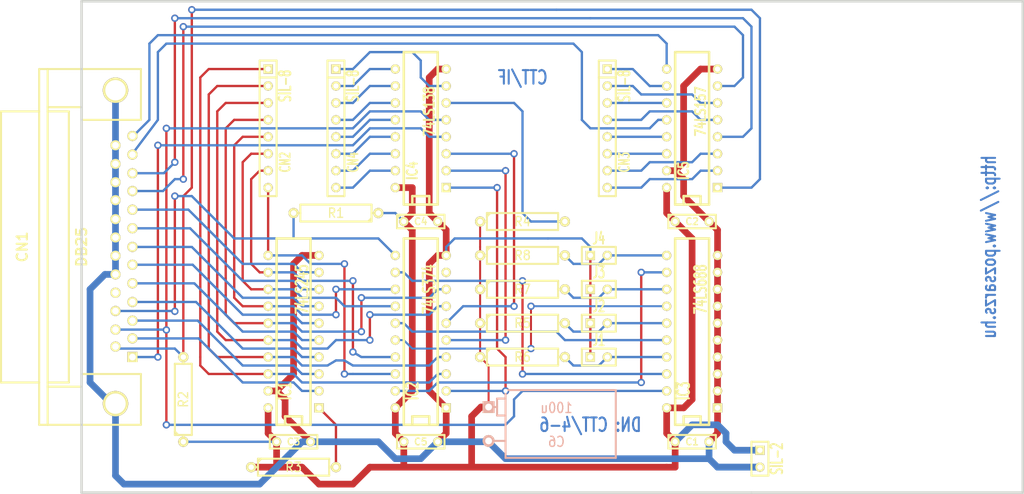
<source format=kicad_pcb>
(kicad_pcb (version 4) (host pcbnew 4.0.5+dfsg1-4+deb9u1)

  (general
    (links 96)
    (no_connects 22)
    (area 96.329499 63.309499 237.680501 137.350501)
    (thickness 1.6)
    (drawings 9)
    (tracks 462)
    (zones 0)
    (modules 28)
    (nets 40)
  )

  (page A4)
  (title_block
    (title "CTT Transistor tester - CTT/IF Interface unit")
    (date "15 mar 2011")
    (rev 1.0)
    (company "Pozsar Zsolt")
    (comment 1 "Draw number: CTT/4-6")
  )

  (layers
    (0 F.Cu signal)
    (31 B.Cu signal)
    (32 B.Adhes user)
    (33 F.Adhes user)
    (34 B.Paste user)
    (35 F.Paste user)
    (36 B.SilkS user)
    (37 F.SilkS user)
    (38 B.Mask user)
    (39 F.Mask user)
    (40 Dwgs.User user)
    (41 Cmts.User user)
    (42 Eco1.User user)
    (43 Eco2.User user)
    (44 Edge.Cuts user)
    (45 Margin user)
    (46 B.CrtYd user)
    (47 F.CrtYd user)
    (48 B.Fab user)
    (49 F.Fab user)
  )

  (setup
    (last_trace_width 0.35052)
    (trace_clearance 0.50038)
    (zone_clearance 0.508)
    (zone_45_only no)
    (trace_min 0.2)
    (segment_width 0.381)
    (edge_width 0.381)
    (via_size 1.09982)
    (via_drill 0.635)
    (via_min_size 0.4)
    (via_min_drill 0.3)
    (uvia_size 0.3)
    (uvia_drill 0.1)
    (uvias_allowed no)
    (uvia_min_size 0.2)
    (uvia_min_drill 0.1)
    (pcb_text_width 0.3048)
    (pcb_text_size 1.524 2.032)
    (mod_edge_width 0.381)
    (mod_text_size 1.524 1.524)
    (mod_text_width 0.3048)
    (pad_size 1.524 1.524)
    (pad_drill 0.8128)
    (pad_to_mask_clearance 0.2)
    (aux_axis_origin 304.8 218.44)
    (visible_elements 7FFFFFFF)
    (pcbplotparams
      (layerselection 0x010e0_80000001)
      (usegerberextensions false)
      (excludeedgelayer false)
      (linewidth 0.100000)
      (plotframeref false)
      (viasonmask false)
      (mode 1)
      (useauxorigin false)
      (hpglpennumber 1)
      (hpglpenspeed 20)
      (hpglpendiameter 15)
      (hpglpenoverlay 2)
      (psnegative false)
      (psa4output false)
      (plotreference true)
      (plotvalue false)
      (plotinvisibletext false)
      (padsonsilk false)
      (subtractmaskfromsilk false)
      (outputformat 1)
      (mirror false)
      (drillshape 0)
      (scaleselection 1)
      (outputdirectory ""))
  )

  (net 0 "")
  (net 1 /GND)
  (net 2 N-000004)
  (net 3 N-000005)
  (net 4 N-000006)
  (net 5 N-000009)
  (net 6 /+5V)
  (net 7 N-000042)
  (net 8 N-000040)
  (net 9 N-000036)
  (net 10 N-000025)
  (net 11 N-000018)
  (net 12 N-000020)
  (net 13 N-000053)
  (net 14 N-000043)
  (net 15 N-000052)
  (net 16 N-000044)
  (net 17 N-000051)
  (net 18 N-000045)
  (net 19 N-000050)
  (net 20 N-000049)
  (net 21 N-000041)
  (net 22 N-000039)
  (net 23 N-000035)
  (net 24 N-000038)
  (net 25 N-000047)
  (net 26 /DO0)
  (net 27 /DO1)
  (net 28 N-000019)
  (net 29 N-000046)
  (net 30 /DO2)
  (net 31 /DO3)
  (net 32 N-000024)
  (net 33 /DO4)
  (net 34 /DO5)
  (net 35 N-000007)
  (net 36 N-000022)
  (net 37 /DO6)
  (net 38 /DO7)
  (net 39 N-000008)

  (net_class Default "This is the default net class."
    (clearance 0.50038)
    (trace_width 0.35052)
    (via_dia 1.09982)
    (via_drill 0.635)
    (uvia_dia 0.3)
    (uvia_drill 0.1)
    (add_net /+5V)
    (add_net /DO0)
    (add_net /DO1)
    (add_net /DO2)
    (add_net /DO3)
    (add_net /DO4)
    (add_net /DO5)
    (add_net /DO6)
    (add_net /DO7)
    (add_net /GND)
    (add_net N-000004)
    (add_net N-000005)
    (add_net N-000006)
    (add_net N-000007)
    (add_net N-000008)
    (add_net N-000009)
    (add_net N-000018)
    (add_net N-000019)
    (add_net N-000020)
    (add_net N-000022)
    (add_net N-000024)
    (add_net N-000025)
    (add_net N-000035)
    (add_net N-000036)
    (add_net N-000038)
    (add_net N-000039)
    (add_net N-000040)
    (add_net N-000041)
    (add_net N-000042)
    (add_net N-000043)
    (add_net N-000044)
    (add_net N-000045)
    (add_net N-000046)
    (add_net N-000047)
    (add_net N-000049)
    (add_net N-000050)
    (add_net N-000051)
    (add_net N-000052)
    (add_net N-000053)
  )

  (module SIL-2 (layer F.Cu) (tedit 200000) (tstamp 4D18814F)
    (at 198.12 132.08 270)
    (descr "Connecteurs 2 pins")
    (tags "CONN DEV")
    (fp_text reference SIL-2 (at 0 -2.54 270) (layer F.SilkS)
      (effects (font (size 1.72974 1.08712) (thickness 0.3048)))
    )
    (fp_text value CN5 (at 0 -2.54 270) (layer F.SilkS) hide
      (effects (font (size 1.524 1.016) (thickness 0.3048)))
    )
    (fp_line (start -2.54 1.27) (end -2.54 -1.27) (layer F.SilkS) (width 0.3048))
    (fp_line (start -2.54 -1.27) (end 2.54 -1.27) (layer F.SilkS) (width 0.3048))
    (fp_line (start 2.54 -1.27) (end 2.54 1.27) (layer F.SilkS) (width 0.3048))
    (fp_line (start 2.54 1.27) (end -2.54 1.27) (layer F.SilkS) (width 0.3048))
    (pad 1 thru_hole rect (at -1.27 0 270) (size 1.397 1.397) (drill 0.8128) (layers *.Cu *.Mask F.SilkS))
    (pad 2 thru_hole circle (at 1.27 0 270) (size 1.397 1.397) (drill 0.8128) (layers *.Cu *.Mask F.SilkS))
  )

  (module SIL-8 (layer F.Cu) (tedit 200000) (tstamp 4D187A67)
    (at 175.26 82.55 270)
    (descr "Connecteur 8 pins")
    (tags "CONN DEV")
    (fp_text reference SIL-8 (at -6.35 -2.54 270) (layer F.SilkS)
      (effects (font (size 1.72974 1.08712) (thickness 0.3048)))
    )
    (fp_text value CN3 (at 5.08 -2.54 270) (layer F.SilkS)
      (effects (font (size 1.524 1.016) (thickness 0.3048)))
    )
    (fp_line (start -10.16 -1.27) (end 10.16 -1.27) (layer F.SilkS) (width 0.3048))
    (fp_line (start 10.16 -1.27) (end 10.16 1.27) (layer F.SilkS) (width 0.3048))
    (fp_line (start 10.16 1.27) (end -10.16 1.27) (layer F.SilkS) (width 0.3048))
    (fp_line (start -10.16 1.27) (end -10.16 -1.27) (layer F.SilkS) (width 0.3048))
    (fp_line (start -7.62 1.27) (end -7.62 -1.27) (layer F.SilkS) (width 0.3048))
    (pad 1 thru_hole rect (at -8.89 0 270) (size 1.397 1.397) (drill 0.8128) (layers *.Cu *.Mask F.SilkS))
    (pad 2 thru_hole circle (at -6.35 0 270) (size 1.397 1.397) (drill 0.8128) (layers *.Cu *.Mask F.SilkS))
    (pad 3 thru_hole circle (at -3.81 0 270) (size 1.397 1.397) (drill 0.8128) (layers *.Cu *.Mask F.SilkS))
    (pad 4 thru_hole circle (at -1.27 0 270) (size 1.397 1.397) (drill 0.8128) (layers *.Cu *.Mask F.SilkS))
    (pad 5 thru_hole circle (at 1.27 0 270) (size 1.397 1.397) (drill 0.8128) (layers *.Cu *.Mask F.SilkS))
    (pad 6 thru_hole circle (at 3.81 0 270) (size 1.397 1.397) (drill 0.8128) (layers *.Cu *.Mask F.SilkS))
    (pad 7 thru_hole circle (at 6.35 0 270) (size 1.397 1.397) (drill 0.8128) (layers *.Cu *.Mask F.SilkS))
    (pad 8 thru_hole circle (at 8.89 0 270) (size 1.397 1.397) (drill 0.8128) (layers *.Cu *.Mask F.SilkS))
  )

  (module SIL-8 (layer F.Cu) (tedit 200000) (tstamp 4D186DC2)
    (at 134.62 82.55 270)
    (descr "Connecteur 8 pins")
    (tags "CONN DEV")
    (fp_text reference SIL-8 (at -6.35 -2.54 270) (layer F.SilkS)
      (effects (font (size 1.72974 1.08712) (thickness 0.3048)))
    )
    (fp_text value CN4 (at 5.08 -2.54 270) (layer F.SilkS)
      (effects (font (size 1.524 1.016) (thickness 0.3048)))
    )
    (fp_line (start -10.16 -1.27) (end 10.16 -1.27) (layer F.SilkS) (width 0.3048))
    (fp_line (start 10.16 -1.27) (end 10.16 1.27) (layer F.SilkS) (width 0.3048))
    (fp_line (start 10.16 1.27) (end -10.16 1.27) (layer F.SilkS) (width 0.3048))
    (fp_line (start -10.16 1.27) (end -10.16 -1.27) (layer F.SilkS) (width 0.3048))
    (fp_line (start -7.62 1.27) (end -7.62 -1.27) (layer F.SilkS) (width 0.3048))
    (pad 1 thru_hole rect (at -8.89 0 270) (size 1.397 1.397) (drill 0.8128) (layers *.Cu *.Mask F.SilkS))
    (pad 2 thru_hole circle (at -6.35 0 270) (size 1.397 1.397) (drill 0.8128) (layers *.Cu *.Mask F.SilkS))
    (pad 3 thru_hole circle (at -3.81 0 270) (size 1.397 1.397) (drill 0.8128) (layers *.Cu *.Mask F.SilkS))
    (pad 4 thru_hole circle (at -1.27 0 270) (size 1.397 1.397) (drill 0.8128) (layers *.Cu *.Mask F.SilkS))
    (pad 5 thru_hole circle (at 1.27 0 270) (size 1.397 1.397) (drill 0.8128) (layers *.Cu *.Mask F.SilkS))
    (pad 6 thru_hole circle (at 3.81 0 270) (size 1.397 1.397) (drill 0.8128) (layers *.Cu *.Mask F.SilkS))
    (pad 7 thru_hole circle (at 6.35 0 270) (size 1.397 1.397) (drill 0.8128) (layers *.Cu *.Mask F.SilkS))
    (pad 8 thru_hole circle (at 8.89 0 270) (size 1.397 1.397) (drill 0.8128) (layers *.Cu *.Mask F.SilkS))
  )

  (module SIL-8 (layer F.Cu) (tedit 200000) (tstamp 4D186D0B)
    (at 124.46 82.55 270)
    (descr "Connecteur 8 pins")
    (tags "CONN DEV")
    (fp_text reference SIL-8 (at -6.35 -2.54 270) (layer F.SilkS)
      (effects (font (size 1.72974 1.08712) (thickness 0.3048)))
    )
    (fp_text value CN2 (at 5.08 -2.54 270) (layer F.SilkS)
      (effects (font (size 1.524 1.016) (thickness 0.3048)))
    )
    (fp_line (start -10.16 -1.27) (end 10.16 -1.27) (layer F.SilkS) (width 0.3048))
    (fp_line (start 10.16 -1.27) (end 10.16 1.27) (layer F.SilkS) (width 0.3048))
    (fp_line (start 10.16 1.27) (end -10.16 1.27) (layer F.SilkS) (width 0.3048))
    (fp_line (start -10.16 1.27) (end -10.16 -1.27) (layer F.SilkS) (width 0.3048))
    (fp_line (start -7.62 1.27) (end -7.62 -1.27) (layer F.SilkS) (width 0.3048))
    (pad 1 thru_hole rect (at -8.89 0 270) (size 1.397 1.397) (drill 0.8128) (layers *.Cu *.Mask F.SilkS))
    (pad 2 thru_hole circle (at -6.35 0 270) (size 1.397 1.397) (drill 0.8128) (layers *.Cu *.Mask F.SilkS))
    (pad 3 thru_hole circle (at -3.81 0 270) (size 1.397 1.397) (drill 0.8128) (layers *.Cu *.Mask F.SilkS))
    (pad 4 thru_hole circle (at -1.27 0 270) (size 1.397 1.397) (drill 0.8128) (layers *.Cu *.Mask F.SilkS))
    (pad 5 thru_hole circle (at 1.27 0 270) (size 1.397 1.397) (drill 0.8128) (layers *.Cu *.Mask F.SilkS))
    (pad 6 thru_hole circle (at 3.81 0 270) (size 1.397 1.397) (drill 0.8128) (layers *.Cu *.Mask F.SilkS))
    (pad 7 thru_hole circle (at 6.35 0 270) (size 1.397 1.397) (drill 0.8128) (layers *.Cu *.Mask F.SilkS))
    (pad 8 thru_hole circle (at 8.89 0 270) (size 1.397 1.397) (drill 0.8128) (layers *.Cu *.Mask F.SilkS))
  )

  (module SIL-2 (layer F.Cu) (tedit 200000) (tstamp 4D185497)
    (at 173.99 101.6)
    (descr "Connecteurs 2 pins")
    (tags "CONN DEV")
    (fp_text reference J4 (at 0 -2.54) (layer F.SilkS)
      (effects (font (size 1.72974 1.08712) (thickness 0.3048)))
    )
    (fp_text value JUMPER (at 0 -2.54) (layer F.SilkS) hide
      (effects (font (size 1.524 1.016) (thickness 0.3048)))
    )
    (fp_line (start -2.54 1.27) (end -2.54 -1.27) (layer F.SilkS) (width 0.3048))
    (fp_line (start -2.54 -1.27) (end 2.54 -1.27) (layer F.SilkS) (width 0.3048))
    (fp_line (start 2.54 -1.27) (end 2.54 1.27) (layer F.SilkS) (width 0.3048))
    (fp_line (start 2.54 1.27) (end -2.54 1.27) (layer F.SilkS) (width 0.3048))
    (pad 1 thru_hole rect (at -1.27 0) (size 1.397 1.397) (drill 0.8128) (layers *.Cu *.Mask F.SilkS)
      (net 1 /GND))
    (pad 2 thru_hole circle (at 1.27 0) (size 1.397 1.397) (drill 0.8128) (layers *.Cu *.Mask F.SilkS)
      (net 2 N-000004))
  )

  (module SIL-2 (layer F.Cu) (tedit 200000) (tstamp 4D185495)
    (at 173.99 106.68)
    (descr "Connecteurs 2 pins")
    (tags "CONN DEV")
    (fp_text reference J3 (at 0 -2.54) (layer F.SilkS)
      (effects (font (size 1.72974 1.08712) (thickness 0.3048)))
    )
    (fp_text value JUMPER (at 0 -2.54) (layer F.SilkS) hide
      (effects (font (size 1.524 1.016) (thickness 0.3048)))
    )
    (fp_line (start -2.54 1.27) (end -2.54 -1.27) (layer F.SilkS) (width 0.3048))
    (fp_line (start -2.54 -1.27) (end 2.54 -1.27) (layer F.SilkS) (width 0.3048))
    (fp_line (start 2.54 -1.27) (end 2.54 1.27) (layer F.SilkS) (width 0.3048))
    (fp_line (start 2.54 1.27) (end -2.54 1.27) (layer F.SilkS) (width 0.3048))
    (pad 1 thru_hole rect (at -1.27 0) (size 1.397 1.397) (drill 0.8128) (layers *.Cu *.Mask F.SilkS)
      (net 1 /GND))
    (pad 2 thru_hole circle (at 1.27 0) (size 1.397 1.397) (drill 0.8128) (layers *.Cu *.Mask F.SilkS)
      (net 3 N-000005))
  )

  (module SIL-2 (layer F.Cu) (tedit 200000) (tstamp 4D185493)
    (at 173.99 111.76)
    (descr "Connecteurs 2 pins")
    (tags "CONN DEV")
    (fp_text reference J2 (at 0 -2.54) (layer F.SilkS)
      (effects (font (size 1.72974 1.08712) (thickness 0.3048)))
    )
    (fp_text value JUMPER (at 0 -2.54) (layer F.SilkS) hide
      (effects (font (size 1.524 1.016) (thickness 0.3048)))
    )
    (fp_line (start -2.54 1.27) (end -2.54 -1.27) (layer F.SilkS) (width 0.3048))
    (fp_line (start -2.54 -1.27) (end 2.54 -1.27) (layer F.SilkS) (width 0.3048))
    (fp_line (start 2.54 -1.27) (end 2.54 1.27) (layer F.SilkS) (width 0.3048))
    (fp_line (start 2.54 1.27) (end -2.54 1.27) (layer F.SilkS) (width 0.3048))
    (pad 1 thru_hole rect (at -1.27 0) (size 1.397 1.397) (drill 0.8128) (layers *.Cu *.Mask F.SilkS)
      (net 1 /GND))
    (pad 2 thru_hole circle (at 1.27 0) (size 1.397 1.397) (drill 0.8128) (layers *.Cu *.Mask F.SilkS)
      (net 4 N-000006))
  )

  (module SIL-2 (layer F.Cu) (tedit 200000) (tstamp 4D185491)
    (at 173.99 116.84)
    (descr "Connecteurs 2 pins")
    (tags "CONN DEV")
    (fp_text reference J1 (at 0 -2.54) (layer F.SilkS)
      (effects (font (size 1.72974 1.08712) (thickness 0.3048)))
    )
    (fp_text value JUMPER (at 0 -2.54) (layer F.SilkS) hide
      (effects (font (size 1.524 1.016) (thickness 0.3048)))
    )
    (fp_line (start -2.54 1.27) (end -2.54 -1.27) (layer F.SilkS) (width 0.3048))
    (fp_line (start -2.54 -1.27) (end 2.54 -1.27) (layer F.SilkS) (width 0.3048))
    (fp_line (start 2.54 -1.27) (end 2.54 1.27) (layer F.SilkS) (width 0.3048))
    (fp_line (start 2.54 1.27) (end -2.54 1.27) (layer F.SilkS) (width 0.3048))
    (pad 1 thru_hole rect (at -1.27 0) (size 1.397 1.397) (drill 0.8128) (layers *.Cu *.Mask F.SilkS)
      (net 1 /GND))
    (pad 2 thru_hole circle (at 1.27 0) (size 1.397 1.397) (drill 0.8128) (layers *.Cu *.Mask F.SilkS)
      (net 5 N-000009))
  )

  (module R5 (layer F.Cu) (tedit 200000) (tstamp 4D185490)
    (at 162.56 96.52)
    (descr "Resistance 5 pas")
    (tags R)
    (autoplace_cost180 10)
    (fp_text reference R4 (at 0 0) (layer F.SilkS)
      (effects (font (size 1.397 1.27) (thickness 0.2032)))
    )
    (fp_text value 1k (at 0 0) (layer F.SilkS) hide
      (effects (font (size 1.397 1.27) (thickness 0.2032)))
    )
    (fp_line (start -6.35 0) (end -5.334 0) (layer F.SilkS) (width 0.3048))
    (fp_line (start 6.35 0) (end 5.334 0) (layer F.SilkS) (width 0.3048))
    (fp_line (start 5.334 -1.27) (end 5.334 1.27) (layer F.SilkS) (width 0.3048))
    (fp_line (start 5.334 1.27) (end -5.334 1.27) (layer F.SilkS) (width 0.3048))
    (fp_line (start -5.334 1.27) (end -5.334 -1.27) (layer F.SilkS) (width 0.3048))
    (fp_line (start -5.334 -1.27) (end 5.334 -1.27) (layer F.SilkS) (width 0.3048))
    (fp_line (start -5.334 -0.762) (end -4.826 -1.27) (layer F.SilkS) (width 0.3048))
    (pad 1 thru_hole circle (at -6.35 0) (size 1.524 1.524) (drill 0.8128) (layers *.Cu *.Mask F.SilkS)
      (net 6 /+5V))
    (pad 2 thru_hole circle (at 6.35 0) (size 1.524 1.524) (drill 0.8128) (layers *.Cu *.Mask F.SilkS)
      (net 7 N-000042))
    (model discret/resistor.wrl
      (at (xyz 0 0 0))
      (scale (xyz 0.5 0.5 0.5))
      (rotate (xyz 0 0 0))
    )
  )

  (module R5 (layer F.Cu) (tedit 200000) (tstamp 4D18548E)
    (at 128.27 133.35)
    (descr "Resistance 5 pas")
    (tags R)
    (autoplace_cost180 10)
    (fp_text reference R3 (at 0 0) (layer F.SilkS)
      (effects (font (size 1.397 1.27) (thickness 0.2032)))
    )
    (fp_text value 1k (at 0 0) (layer F.SilkS) hide
      (effects (font (size 1.397 1.27) (thickness 0.2032)))
    )
    (fp_line (start -6.35 0) (end -5.334 0) (layer F.SilkS) (width 0.3048))
    (fp_line (start 6.35 0) (end 5.334 0) (layer F.SilkS) (width 0.3048))
    (fp_line (start 5.334 -1.27) (end 5.334 1.27) (layer F.SilkS) (width 0.3048))
    (fp_line (start 5.334 1.27) (end -5.334 1.27) (layer F.SilkS) (width 0.3048))
    (fp_line (start -5.334 1.27) (end -5.334 -1.27) (layer F.SilkS) (width 0.3048))
    (fp_line (start -5.334 -1.27) (end 5.334 -1.27) (layer F.SilkS) (width 0.3048))
    (fp_line (start -5.334 -0.762) (end -4.826 -1.27) (layer F.SilkS) (width 0.3048))
    (pad 1 thru_hole circle (at -6.35 0) (size 1.524 1.524) (drill 0.8128) (layers *.Cu *.Mask F.SilkS)
      (net 6 /+5V))
    (pad 2 thru_hole circle (at 6.35 0) (size 1.524 1.524) (drill 0.8128) (layers *.Cu *.Mask F.SilkS)
      (net 8 N-000040))
    (model discret/resistor.wrl
      (at (xyz 0 0 0))
      (scale (xyz 0.5 0.5 0.5))
      (rotate (xyz 0 0 0))
    )
  )

  (module R5 (layer F.Cu) (tedit 200000) (tstamp 4D18548C)
    (at 111.76 123.19 90)
    (descr "Resistance 5 pas")
    (tags R)
    (autoplace_cost180 10)
    (fp_text reference R2 (at 0 0 90) (layer F.SilkS)
      (effects (font (size 1.397 1.27) (thickness 0.2032)))
    )
    (fp_text value 1k (at 0 0 90) (layer F.SilkS) hide
      (effects (font (size 1.397 1.27) (thickness 0.2032)))
    )
    (fp_line (start -6.35 0) (end -5.334 0) (layer F.SilkS) (width 0.3048))
    (fp_line (start 6.35 0) (end 5.334 0) (layer F.SilkS) (width 0.3048))
    (fp_line (start 5.334 -1.27) (end 5.334 1.27) (layer F.SilkS) (width 0.3048))
    (fp_line (start 5.334 1.27) (end -5.334 1.27) (layer F.SilkS) (width 0.3048))
    (fp_line (start -5.334 1.27) (end -5.334 -1.27) (layer F.SilkS) (width 0.3048))
    (fp_line (start -5.334 -1.27) (end 5.334 -1.27) (layer F.SilkS) (width 0.3048))
    (fp_line (start -5.334 -0.762) (end -4.826 -1.27) (layer F.SilkS) (width 0.3048))
    (pad 1 thru_hole circle (at -6.35 0 90) (size 1.524 1.524) (drill 0.8128) (layers *.Cu *.Mask F.SilkS)
      (net 6 /+5V))
    (pad 2 thru_hole circle (at 6.35 0 90) (size 1.524 1.524) (drill 0.8128) (layers *.Cu *.Mask F.SilkS)
      (net 9 N-000036))
    (model discret/resistor.wrl
      (at (xyz 0 0 0))
      (scale (xyz 0.5 0.5 0.5))
      (rotate (xyz 0 0 0))
    )
  )

  (module R5 (layer F.Cu) (tedit 200000) (tstamp 4D18548A)
    (at 162.56 101.6)
    (descr "Resistance 5 pas")
    (tags R)
    (autoplace_cost180 10)
    (fp_text reference R8 (at 0 0) (layer F.SilkS)
      (effects (font (size 1.397 1.27) (thickness 0.2032)))
    )
    (fp_text value 1k (at 0 0) (layer F.SilkS) hide
      (effects (font (size 1.397 1.27) (thickness 0.2032)))
    )
    (fp_line (start -6.35 0) (end -5.334 0) (layer F.SilkS) (width 0.3048))
    (fp_line (start 6.35 0) (end 5.334 0) (layer F.SilkS) (width 0.3048))
    (fp_line (start 5.334 -1.27) (end 5.334 1.27) (layer F.SilkS) (width 0.3048))
    (fp_line (start 5.334 1.27) (end -5.334 1.27) (layer F.SilkS) (width 0.3048))
    (fp_line (start -5.334 1.27) (end -5.334 -1.27) (layer F.SilkS) (width 0.3048))
    (fp_line (start -5.334 -1.27) (end 5.334 -1.27) (layer F.SilkS) (width 0.3048))
    (fp_line (start -5.334 -0.762) (end -4.826 -1.27) (layer F.SilkS) (width 0.3048))
    (pad 1 thru_hole circle (at -6.35 0) (size 1.524 1.524) (drill 0.8128) (layers *.Cu *.Mask F.SilkS)
      (net 6 /+5V))
    (pad 2 thru_hole circle (at 6.35 0) (size 1.524 1.524) (drill 0.8128) (layers *.Cu *.Mask F.SilkS)
      (net 2 N-000004))
    (model discret/resistor.wrl
      (at (xyz 0 0 0))
      (scale (xyz 0.5 0.5 0.5))
      (rotate (xyz 0 0 0))
    )
  )

  (module R5 (layer F.Cu) (tedit 200000) (tstamp 4D185488)
    (at 162.56 106.68)
    (descr "Resistance 5 pas")
    (tags R)
    (autoplace_cost180 10)
    (fp_text reference R7 (at 0 0) (layer F.SilkS)
      (effects (font (size 1.397 1.27) (thickness 0.2032)))
    )
    (fp_text value 1k (at 0 0) (layer F.SilkS) hide
      (effects (font (size 1.397 1.27) (thickness 0.2032)))
    )
    (fp_line (start -6.35 0) (end -5.334 0) (layer F.SilkS) (width 0.3048))
    (fp_line (start 6.35 0) (end 5.334 0) (layer F.SilkS) (width 0.3048))
    (fp_line (start 5.334 -1.27) (end 5.334 1.27) (layer F.SilkS) (width 0.3048))
    (fp_line (start 5.334 1.27) (end -5.334 1.27) (layer F.SilkS) (width 0.3048))
    (fp_line (start -5.334 1.27) (end -5.334 -1.27) (layer F.SilkS) (width 0.3048))
    (fp_line (start -5.334 -1.27) (end 5.334 -1.27) (layer F.SilkS) (width 0.3048))
    (fp_line (start -5.334 -0.762) (end -4.826 -1.27) (layer F.SilkS) (width 0.3048))
    (pad 1 thru_hole circle (at -6.35 0) (size 1.524 1.524) (drill 0.8128) (layers *.Cu *.Mask F.SilkS)
      (net 6 /+5V))
    (pad 2 thru_hole circle (at 6.35 0) (size 1.524 1.524) (drill 0.8128) (layers *.Cu *.Mask F.SilkS)
      (net 3 N-000005))
    (model discret/resistor.wrl
      (at (xyz 0 0 0))
      (scale (xyz 0.5 0.5 0.5))
      (rotate (xyz 0 0 0))
    )
  )

  (module R5 (layer F.Cu) (tedit 200000) (tstamp 4D185486)
    (at 162.56 116.84)
    (descr "Resistance 5 pas")
    (tags R)
    (autoplace_cost180 10)
    (fp_text reference R6 (at 0 0) (layer F.SilkS)
      (effects (font (size 1.397 1.27) (thickness 0.2032)))
    )
    (fp_text value 1k (at 0 0) (layer F.SilkS) hide
      (effects (font (size 1.397 1.27) (thickness 0.2032)))
    )
    (fp_line (start -6.35 0) (end -5.334 0) (layer F.SilkS) (width 0.3048))
    (fp_line (start 6.35 0) (end 5.334 0) (layer F.SilkS) (width 0.3048))
    (fp_line (start 5.334 -1.27) (end 5.334 1.27) (layer F.SilkS) (width 0.3048))
    (fp_line (start 5.334 1.27) (end -5.334 1.27) (layer F.SilkS) (width 0.3048))
    (fp_line (start -5.334 1.27) (end -5.334 -1.27) (layer F.SilkS) (width 0.3048))
    (fp_line (start -5.334 -1.27) (end 5.334 -1.27) (layer F.SilkS) (width 0.3048))
    (fp_line (start -5.334 -0.762) (end -4.826 -1.27) (layer F.SilkS) (width 0.3048))
    (pad 1 thru_hole circle (at -6.35 0) (size 1.524 1.524) (drill 0.8128) (layers *.Cu *.Mask F.SilkS)
      (net 6 /+5V))
    (pad 2 thru_hole circle (at 6.35 0) (size 1.524 1.524) (drill 0.8128) (layers *.Cu *.Mask F.SilkS)
      (net 5 N-000009))
    (model discret/resistor.wrl
      (at (xyz 0 0 0))
      (scale (xyz 0.5 0.5 0.5))
      (rotate (xyz 0 0 0))
    )
  )

  (module R5 (layer F.Cu) (tedit 200000) (tstamp 4D185484)
    (at 162.56 111.76)
    (descr "Resistance 5 pas")
    (tags R)
    (autoplace_cost180 10)
    (fp_text reference R5 (at 0 0) (layer F.SilkS)
      (effects (font (size 1.397 1.27) (thickness 0.2032)))
    )
    (fp_text value 1k (at 0 0) (layer F.SilkS) hide
      (effects (font (size 1.397 1.27) (thickness 0.2032)))
    )
    (fp_line (start -6.35 0) (end -5.334 0) (layer F.SilkS) (width 0.3048))
    (fp_line (start 6.35 0) (end 5.334 0) (layer F.SilkS) (width 0.3048))
    (fp_line (start 5.334 -1.27) (end 5.334 1.27) (layer F.SilkS) (width 0.3048))
    (fp_line (start 5.334 1.27) (end -5.334 1.27) (layer F.SilkS) (width 0.3048))
    (fp_line (start -5.334 1.27) (end -5.334 -1.27) (layer F.SilkS) (width 0.3048))
    (fp_line (start -5.334 -1.27) (end 5.334 -1.27) (layer F.SilkS) (width 0.3048))
    (fp_line (start -5.334 -0.762) (end -4.826 -1.27) (layer F.SilkS) (width 0.3048))
    (pad 1 thru_hole circle (at -6.35 0) (size 1.524 1.524) (drill 0.8128) (layers *.Cu *.Mask F.SilkS)
      (net 6 /+5V))
    (pad 2 thru_hole circle (at 6.35 0) (size 1.524 1.524) (drill 0.8128) (layers *.Cu *.Mask F.SilkS)
      (net 4 N-000006))
    (model discret/resistor.wrl
      (at (xyz 0 0 0))
      (scale (xyz 0.5 0.5 0.5))
      (rotate (xyz 0 0 0))
    )
  )

  (module R5 (layer F.Cu) (tedit 200000) (tstamp 4D185482)
    (at 134.62 95.25 180)
    (descr "Resistance 5 pas")
    (tags R)
    (autoplace_cost180 10)
    (fp_text reference R1 (at 0 0 180) (layer F.SilkS)
      (effects (font (size 1.397 1.27) (thickness 0.2032)))
    )
    (fp_text value 1k (at 0 0 180) (layer F.SilkS) hide
      (effects (font (size 1.397 1.27) (thickness 0.2032)))
    )
    (fp_line (start -6.35 0) (end -5.334 0) (layer F.SilkS) (width 0.3048))
    (fp_line (start 6.35 0) (end 5.334 0) (layer F.SilkS) (width 0.3048))
    (fp_line (start 5.334 -1.27) (end 5.334 1.27) (layer F.SilkS) (width 0.3048))
    (fp_line (start 5.334 1.27) (end -5.334 1.27) (layer F.SilkS) (width 0.3048))
    (fp_line (start -5.334 1.27) (end -5.334 -1.27) (layer F.SilkS) (width 0.3048))
    (fp_line (start -5.334 -1.27) (end 5.334 -1.27) (layer F.SilkS) (width 0.3048))
    (fp_line (start -5.334 -0.762) (end -4.826 -1.27) (layer F.SilkS) (width 0.3048))
    (pad 1 thru_hole circle (at -6.35 0 180) (size 1.524 1.524) (drill 0.8128) (layers *.Cu *.Mask F.SilkS)
      (net 6 /+5V))
    (pad 2 thru_hole circle (at 6.35 0 180) (size 1.524 1.524) (drill 0.8128) (layers *.Cu *.Mask F.SilkS)
      (net 10 N-000025))
    (model discret/resistor.wrl
      (at (xyz 0 0 0))
      (scale (xyz 0.5 0.5 0.5))
      (rotate (xyz 0 0 0))
    )
  )

  (module DB25FC (layer F.Cu) (tedit 200000) (tstamp 4D185479)
    (at 102.87 100.33 90)
    (descr "Connecteur DB25 femelle couche")
    (tags "CONN DB25")
    (fp_text reference CN1 (at 0 -15.24 90) (layer F.SilkS)
      (effects (font (thickness 0.3048)))
    )
    (fp_text value DB25 (at 0 -6.35 90) (layer F.SilkS)
      (effects (font (thickness 0.3048)))
    )
    (fp_line (start 26.67 -11.43) (end 26.67 2.54) (layer F.SilkS) (width 0.3048))
    (fp_line (start 19.05 -6.35) (end 19.05 2.54) (layer F.SilkS) (width 0.3048))
    (fp_line (start 20.955 -11.43) (end 20.955 -6.35) (layer F.SilkS) (width 0.3048))
    (fp_line (start -20.955 -11.43) (end -20.955 -6.35) (layer F.SilkS) (width 0.3048))
    (fp_line (start -19.05 -6.35) (end -19.05 2.54) (layer F.SilkS) (width 0.3048))
    (fp_line (start -26.67 2.54) (end -26.67 -11.43) (layer F.SilkS) (width 0.3048))
    (fp_line (start 26.67 -6.35) (end 19.05 -6.35) (layer F.SilkS) (width 0.3048))
    (fp_line (start -26.67 -6.35) (end -19.05 -6.35) (layer F.SilkS) (width 0.3048))
    (fp_line (start 20.32 -8.255) (end 20.32 -11.43) (layer F.SilkS) (width 0.3048))
    (fp_line (start -20.32 -8.255) (end -20.32 -11.43) (layer F.SilkS) (width 0.3048))
    (fp_line (start 20.32 -18.415) (end 20.32 -12.7) (layer F.SilkS) (width 0.3048))
    (fp_line (start -20.32 -18.415) (end -20.32 -12.7) (layer F.SilkS) (width 0.3048))
    (fp_line (start 26.67 -11.43) (end 26.67 -12.7) (layer F.SilkS) (width 0.3048))
    (fp_line (start 26.67 -12.7) (end -26.67 -12.7) (layer F.SilkS) (width 0.3048))
    (fp_line (start -26.67 -12.7) (end -26.67 -11.43) (layer F.SilkS) (width 0.3048))
    (fp_line (start -26.67 -11.43) (end 26.67 -11.43) (layer F.SilkS) (width 0.3048))
    (fp_line (start 19.05 2.54) (end 26.67 2.54) (layer F.SilkS) (width 0.3048))
    (fp_line (start -20.32 -8.255) (end 20.32 -8.255) (layer F.SilkS) (width 0.3048))
    (fp_line (start -20.32 -18.415) (end 20.32 -18.415) (layer F.SilkS) (width 0.3048))
    (fp_line (start -26.67 2.54) (end -19.05 2.54) (layer F.SilkS) (width 0.3048))
    (pad "" thru_hole circle (at 23.495 -1.27 90) (size 3.81 3.81) (drill 3.048) (layers *.Cu *.Mask F.SilkS))
    (pad "" thru_hole circle (at -23.495 -1.27 90) (size 3.81 3.81) (drill 3.048) (layers *.Cu *.Mask F.SilkS))
    (pad 1 thru_hole rect (at -16.51 1.27 90) (size 1.524 1.524) (drill 1.016) (layers *.Cu *.Mask F.SilkS)
      (net 11 N-000018))
    (pad 2 thru_hole circle (at -13.716 1.27 90) (size 1.524 1.524) (drill 1.016) (layers *.Cu *.Mask F.SilkS)
      (net 12 N-000020))
    (pad 3 thru_hole circle (at -11.049 1.27 90) (size 1.524 1.524) (drill 1.016) (layers *.Cu *.Mask F.SilkS)
      (net 13 N-000053))
    (pad 4 thru_hole circle (at -8.255 1.27 90) (size 1.524 1.524) (drill 1.016) (layers *.Cu *.Mask F.SilkS)
      (net 14 N-000043))
    (pad 5 thru_hole circle (at -5.461 1.27 90) (size 1.524 1.524) (drill 1.016) (layers *.Cu *.Mask F.SilkS)
      (net 15 N-000052))
    (pad 6 thru_hole circle (at -2.667 1.27 90) (size 1.524 1.524) (drill 1.016) (layers *.Cu *.Mask F.SilkS)
      (net 16 N-000044))
    (pad 7 thru_hole circle (at 0 1.27 90) (size 1.524 1.524) (drill 1.016) (layers *.Cu *.Mask F.SilkS)
      (net 17 N-000051))
    (pad 8 thru_hole circle (at 2.794 1.27 90) (size 1.524 1.524) (drill 1.016) (layers *.Cu *.Mask F.SilkS)
      (net 18 N-000045))
    (pad 9 thru_hole circle (at 5.588 1.27 90) (size 1.524 1.524) (drill 1.016) (layers *.Cu *.Mask F.SilkS)
      (net 19 N-000050))
    (pad 10 thru_hole circle (at 8.382 1.27 90) (size 1.524 1.524) (drill 1.016) (layers *.Cu *.Mask F.SilkS)
      (net 20 N-000049))
    (pad 11 thru_hole circle (at 11.049 1.27 90) (size 1.524 1.524) (drill 1.016) (layers *.Cu *.Mask F.SilkS)
      (net 21 N-000041))
    (pad 12 thru_hole circle (at 13.843 1.27 90) (size 1.524 1.524) (drill 1.016) (layers *.Cu *.Mask F.SilkS)
      (net 22 N-000039))
    (pad 13 thru_hole circle (at 16.637 1.27 90) (size 1.524 1.524) (drill 1.016) (layers *.Cu *.Mask F.SilkS)
      (net 23 N-000035))
    (pad 14 thru_hole circle (at -14.9352 -1.27 90) (size 1.524 1.524) (drill 1.016) (layers *.Cu *.Mask F.SilkS)
      (net 9 N-000036))
    (pad 15 thru_hole circle (at -12.3952 -1.27 90) (size 1.524 1.524) (drill 1.016) (layers *.Cu *.Mask F.SilkS)
      (net 24 N-000038))
    (pad 16 thru_hole circle (at -9.6012 -1.27 90) (size 1.524 1.524) (drill 1.016) (layers *.Cu *.Mask F.SilkS)
      (net 10 N-000025))
    (pad 17 thru_hole circle (at -6.858 -1.27 90) (size 1.524 1.524) (drill 1.016) (layers *.Cu *.Mask F.SilkS))
    (pad 18 thru_hole circle (at -4.1148 -1.27 90) (size 1.524 1.524) (drill 1.016) (layers *.Cu *.Mask F.SilkS)
      (net 1 /GND))
    (pad 19 thru_hole circle (at -1.3208 -1.27 90) (size 1.524 1.524) (drill 1.016) (layers *.Cu *.Mask F.SilkS)
      (net 1 /GND))
    (pad 20 thru_hole circle (at 1.4224 -1.27 90) (size 1.524 1.524) (drill 1.016) (layers *.Cu *.Mask F.SilkS)
      (net 1 /GND))
    (pad 21 thru_hole circle (at 4.1656 -1.27 90) (size 1.524 1.524) (drill 1.016) (layers *.Cu *.Mask F.SilkS)
      (net 1 /GND))
    (pad 22 thru_hole circle (at 7.0104 -1.27 90) (size 1.524 1.524) (drill 1.016) (layers *.Cu *.Mask F.SilkS)
      (net 1 /GND))
    (pad 23 thru_hole circle (at 9.7028 -1.27 90) (size 1.524 1.524) (drill 1.016) (layers *.Cu *.Mask F.SilkS)
      (net 1 /GND))
    (pad 24 thru_hole circle (at 12.446 -1.27 90) (size 1.524 1.524) (drill 1.016) (layers *.Cu *.Mask F.SilkS)
      (net 1 /GND))
    (pad 25 thru_hole circle (at 15.24 -1.27 90) (size 1.524 1.524) (drill 1.016) (layers *.Cu *.Mask F.SilkS)
      (net 1 /GND))
    (model conn_DBxx/db25_female_pin90deg.wrl
      (at (xyz 0 0 0))
      (scale (xyz 1 1 1))
      (rotate (xyz 0 0 0))
    )
  )

  (module CPR10X16 (layer B.Cu) (tedit 416BBCDD) (tstamp 4D185478)
    (at 157.48 127 180)
    (descr "Condensateur polarise couche")
    (tags CP)
    (fp_text reference C6 (at -10.16 -2.54 180) (layer B.SilkS)
      (effects (font (size 1.524 1.27) (thickness 0.2032)) (justify mirror))
    )
    (fp_text value 100u (at -10.16 2.54 180) (layer B.SilkS)
      (effects (font (size 1.524 1.27) (thickness 0.2032)) (justify mirror))
    )
    (fp_line (start -2.54 5.207) (end -19.05 5.207) (layer B.SilkS) (width 0.3048))
    (fp_line (start -19.05 5.207) (end -19.05 -4.953) (layer B.SilkS) (width 0.3048))
    (fp_line (start -19.05 -4.953) (end -2.54 -4.953) (layer B.SilkS) (width 0.3048))
    (fp_line (start -2.54 -4.953) (end -2.54 5.207) (layer B.SilkS) (width 0.3048))
    (fp_line (start -2.54 3.937) (end -1.27 3.937) (layer B.SilkS) (width 0.3048))
    (fp_line (start -1.27 3.937) (end -1.27 1.397) (layer B.SilkS) (width 0.3048))
    (fp_line (start -1.27 1.397) (end -2.54 1.397) (layer B.SilkS) (width 0.3048))
    (fp_line (start -1.27 2.667) (end 0 2.667) (layer B.SilkS) (width 0.3048))
    (fp_line (start -2.54 -2.413) (end 0 -2.413) (layer B.SilkS) (width 0.3048))
    (pad 1 thru_hole rect (at 0 2.667 180) (size 1.778 1.778) (drill 1.016) (layers *.Cu *.SilkS *.Mask)
      (net 6 /+5V))
    (pad 2 thru_hole circle (at 0 -2.413 180) (size 1.778 1.778) (drill 1.016) (layers *.Cu *.SilkS *.Mask)
      (net 1 /GND))
    (model discret/c_horiz_c2v10.wrl
      (at (xyz 0 0 0))
      (scale (xyz 1 1 1))
      (rotate (xyz 0 0 0))
    )
  )

  (module C2 (layer F.Cu) (tedit 200000) (tstamp 4D185477)
    (at 187.96 129.54)
    (descr "Condensateur = 2 pas")
    (tags C)
    (fp_text reference C1 (at 0 0) (layer F.SilkS)
      (effects (font (size 1.016 1.016) (thickness 0.2032)))
    )
    (fp_text value 33n (at 0 0) (layer F.SilkS) hide
      (effects (font (size 1.016 1.016) (thickness 0.2032)))
    )
    (fp_line (start -3.556 -1.016) (end 3.556 -1.016) (layer F.SilkS) (width 0.3048))
    (fp_line (start 3.556 -1.016) (end 3.556 1.016) (layer F.SilkS) (width 0.3048))
    (fp_line (start 3.556 1.016) (end -3.556 1.016) (layer F.SilkS) (width 0.3048))
    (fp_line (start -3.556 1.016) (end -3.556 -1.016) (layer F.SilkS) (width 0.3048))
    (fp_line (start -3.556 -0.508) (end -3.048 -1.016) (layer F.SilkS) (width 0.3048))
    (pad 1 thru_hole circle (at -2.54 0) (size 1.397 1.397) (drill 0.8128) (layers *.Cu *.Mask F.SilkS)
      (net 6 /+5V))
    (pad 2 thru_hole circle (at 2.54 0) (size 1.397 1.397) (drill 0.8128) (layers *.Cu *.Mask F.SilkS)
      (net 1 /GND))
    (model discret/capa_2pas_5x5mm.wrl
      (at (xyz 0 0 0))
      (scale (xyz 1 1 1))
      (rotate (xyz 0 0 0))
    )
  )

  (module C2 (layer F.Cu) (tedit 200000) (tstamp 4D185475)
    (at 147.32 129.54)
    (descr "Condensateur = 2 pas")
    (tags C)
    (fp_text reference C5 (at 0 0) (layer F.SilkS)
      (effects (font (size 1.016 1.016) (thickness 0.2032)))
    )
    (fp_text value 33n (at 0 0) (layer F.SilkS) hide
      (effects (font (size 1.016 1.016) (thickness 0.2032)))
    )
    (fp_line (start -3.556 -1.016) (end 3.556 -1.016) (layer F.SilkS) (width 0.3048))
    (fp_line (start 3.556 -1.016) (end 3.556 1.016) (layer F.SilkS) (width 0.3048))
    (fp_line (start 3.556 1.016) (end -3.556 1.016) (layer F.SilkS) (width 0.3048))
    (fp_line (start -3.556 1.016) (end -3.556 -1.016) (layer F.SilkS) (width 0.3048))
    (fp_line (start -3.556 -0.508) (end -3.048 -1.016) (layer F.SilkS) (width 0.3048))
    (pad 1 thru_hole circle (at -2.54 0) (size 1.397 1.397) (drill 0.8128) (layers *.Cu *.Mask F.SilkS)
      (net 6 /+5V))
    (pad 2 thru_hole circle (at 2.54 0) (size 1.397 1.397) (drill 0.8128) (layers *.Cu *.Mask F.SilkS)
      (net 1 /GND))
    (model discret/capa_2pas_5x5mm.wrl
      (at (xyz 0 0 0))
      (scale (xyz 1 1 1))
      (rotate (xyz 0 0 0))
    )
  )

  (module C2 (layer F.Cu) (tedit 200000) (tstamp 4D185473)
    (at 147.32 96.52)
    (descr "Condensateur = 2 pas")
    (tags C)
    (fp_text reference C4 (at 0 0) (layer F.SilkS)
      (effects (font (size 1.016 1.016) (thickness 0.2032)))
    )
    (fp_text value 33n (at 0 0) (layer F.SilkS) hide
      (effects (font (size 1.016 1.016) (thickness 0.2032)))
    )
    (fp_line (start -3.556 -1.016) (end 3.556 -1.016) (layer F.SilkS) (width 0.3048))
    (fp_line (start 3.556 -1.016) (end 3.556 1.016) (layer F.SilkS) (width 0.3048))
    (fp_line (start 3.556 1.016) (end -3.556 1.016) (layer F.SilkS) (width 0.3048))
    (fp_line (start -3.556 1.016) (end -3.556 -1.016) (layer F.SilkS) (width 0.3048))
    (fp_line (start -3.556 -0.508) (end -3.048 -1.016) (layer F.SilkS) (width 0.3048))
    (pad 1 thru_hole circle (at -2.54 0) (size 1.397 1.397) (drill 0.8128) (layers *.Cu *.Mask F.SilkS)
      (net 6 /+5V))
    (pad 2 thru_hole circle (at 2.54 0) (size 1.397 1.397) (drill 0.8128) (layers *.Cu *.Mask F.SilkS)
      (net 1 /GND))
    (model discret/capa_2pas_5x5mm.wrl
      (at (xyz 0 0 0))
      (scale (xyz 1 1 1))
      (rotate (xyz 0 0 0))
    )
  )

  (module C2 (layer F.Cu) (tedit 200000) (tstamp 4D185471)
    (at 128.27 129.54)
    (descr "Condensateur = 2 pas")
    (tags C)
    (fp_text reference C3 (at 0 0) (layer F.SilkS)
      (effects (font (size 1.016 1.016) (thickness 0.2032)))
    )
    (fp_text value 33n (at 0 0) (layer F.SilkS) hide
      (effects (font (size 1.016 1.016) (thickness 0.2032)))
    )
    (fp_line (start -3.556 -1.016) (end 3.556 -1.016) (layer F.SilkS) (width 0.3048))
    (fp_line (start 3.556 -1.016) (end 3.556 1.016) (layer F.SilkS) (width 0.3048))
    (fp_line (start 3.556 1.016) (end -3.556 1.016) (layer F.SilkS) (width 0.3048))
    (fp_line (start -3.556 1.016) (end -3.556 -1.016) (layer F.SilkS) (width 0.3048))
    (fp_line (start -3.556 -0.508) (end -3.048 -1.016) (layer F.SilkS) (width 0.3048))
    (pad 1 thru_hole circle (at -2.54 0) (size 1.397 1.397) (drill 0.8128) (layers *.Cu *.Mask F.SilkS)
      (net 6 /+5V))
    (pad 2 thru_hole circle (at 2.54 0) (size 1.397 1.397) (drill 0.8128) (layers *.Cu *.Mask F.SilkS)
      (net 1 /GND))
    (model discret/capa_2pas_5x5mm.wrl
      (at (xyz 0 0 0))
      (scale (xyz 1 1 1))
      (rotate (xyz 0 0 0))
    )
  )

  (module C2 (layer F.Cu) (tedit 200000) (tstamp 4D18546F)
    (at 187.96 96.52)
    (descr "Condensateur = 2 pas")
    (tags C)
    (fp_text reference C2 (at 0 0) (layer F.SilkS)
      (effects (font (size 1.016 1.016) (thickness 0.2032)))
    )
    (fp_text value 33n (at 0 0) (layer F.SilkS) hide
      (effects (font (size 1.016 1.016) (thickness 0.2032)))
    )
    (fp_line (start -3.556 -1.016) (end 3.556 -1.016) (layer F.SilkS) (width 0.3048))
    (fp_line (start 3.556 -1.016) (end 3.556 1.016) (layer F.SilkS) (width 0.3048))
    (fp_line (start 3.556 1.016) (end -3.556 1.016) (layer F.SilkS) (width 0.3048))
    (fp_line (start -3.556 1.016) (end -3.556 -1.016) (layer F.SilkS) (width 0.3048))
    (fp_line (start -3.556 -0.508) (end -3.048 -1.016) (layer F.SilkS) (width 0.3048))
    (pad 1 thru_hole circle (at -2.54 0) (size 1.397 1.397) (drill 0.8128) (layers *.Cu *.Mask F.SilkS)
      (net 6 /+5V))
    (pad 2 thru_hole circle (at 2.54 0) (size 1.397 1.397) (drill 0.8128) (layers *.Cu *.Mask F.SilkS)
      (net 1 /GND))
    (model discret/capa_2pas_5x5mm.wrl
      (at (xyz 0 0 0))
      (scale (xyz 1 1 1))
      (rotate (xyz 0 0 0))
    )
  )

  (module 20dip300 (layer F.Cu) (tedit 200000) (tstamp 4D18547D)
    (at 147.32 113.03 90)
    (descr "Module Dil 20 pins, pads ronds")
    (tags DIL)
    (fp_text reference IC2 (at -8.89 -1.27 90) (layer F.SilkS)
      (effects (font (size 1.778 1.143) (thickness 0.3048)))
    )
    (fp_text value 74LS374 (at 6.35 1.27 90) (layer F.SilkS)
      (effects (font (size 1.778 1.143) (thickness 0.3048)))
    )
    (fp_line (start -13.97 -1.27) (end -12.7 -1.27) (layer F.SilkS) (width 0.381))
    (fp_line (start -12.7 -1.27) (end -12.7 1.27) (layer F.SilkS) (width 0.381))
    (fp_line (start -12.7 1.27) (end -13.97 1.27) (layer F.SilkS) (width 0.381))
    (fp_line (start -13.97 -2.54) (end 13.97 -2.54) (layer F.SilkS) (width 0.381))
    (fp_line (start 13.97 -2.54) (end 13.97 2.54) (layer F.SilkS) (width 0.381))
    (fp_line (start 13.97 2.54) (end -13.97 2.54) (layer F.SilkS) (width 0.381))
    (fp_line (start -13.97 2.54) (end -13.97 -2.54) (layer F.SilkS) (width 0.381))
    (pad 1 thru_hole rect (at -11.43 3.81 90) (size 1.397 1.397) (drill 0.8128) (layers *.Cu *.Mask F.SilkS)
      (net 1 /GND))
    (pad 2 thru_hole circle (at -8.89 3.81 90) (size 1.397 1.397) (drill 0.8128) (layers *.Cu *.Mask F.SilkS)
      (net 25 N-000047))
    (pad 3 thru_hole circle (at -6.35 3.81 90) (size 1.397 1.397) (drill 0.8128) (layers *.Cu *.Mask F.SilkS)
      (net 26 /DO0))
    (pad 4 thru_hole circle (at -3.81 3.81 90) (size 1.397 1.397) (drill 0.8128) (layers *.Cu *.Mask F.SilkS)
      (net 27 /DO1))
    (pad 5 thru_hole circle (at -1.27 3.81 90) (size 1.397 1.397) (drill 0.8128) (layers *.Cu *.Mask F.SilkS)
      (net 28 N-000019))
    (pad 6 thru_hole circle (at 1.27 3.81 90) (size 1.397 1.397) (drill 0.8128) (layers *.Cu *.Mask F.SilkS)
      (net 29 N-000046))
    (pad 7 thru_hole circle (at 3.81 3.81 90) (size 1.397 1.397) (drill 0.8128) (layers *.Cu *.Mask F.SilkS)
      (net 30 /DO2))
    (pad 8 thru_hole circle (at 6.35 3.81 90) (size 1.397 1.397) (drill 0.8128) (layers *.Cu *.Mask F.SilkS)
      (net 31 /DO3))
    (pad 9 thru_hole circle (at 8.89 3.81 90) (size 1.397 1.397) (drill 0.8128) (layers *.Cu *.Mask F.SilkS))
    (pad 10 thru_hole circle (at 11.43 3.81 90) (size 1.397 1.397) (drill 0.8128) (layers *.Cu *.Mask F.SilkS)
      (net 1 /GND))
    (pad 11 thru_hole circle (at 11.43 -3.81 90) (size 1.397 1.397) (drill 0.8128) (layers *.Cu *.Mask F.SilkS)
      (net 10 N-000025))
    (pad 12 thru_hole circle (at 8.89 -3.81 90) (size 1.397 1.397) (drill 0.8128) (layers *.Cu *.Mask F.SilkS)
      (net 32 N-000024))
    (pad 13 thru_hole circle (at 6.35 -3.81 90) (size 1.397 1.397) (drill 0.8128) (layers *.Cu *.Mask F.SilkS)
      (net 33 /DO4))
    (pad 14 thru_hole circle (at 3.81 -3.81 90) (size 1.397 1.397) (drill 0.8128) (layers *.Cu *.Mask F.SilkS)
      (net 34 /DO5))
    (pad 15 thru_hole circle (at 1.27 -3.81 90) (size 1.397 1.397) (drill 0.8128) (layers *.Cu *.Mask F.SilkS)
      (net 35 N-000007))
    (pad 16 thru_hole circle (at -1.27 -3.81 90) (size 1.397 1.397) (drill 0.8128) (layers *.Cu *.Mask F.SilkS)
      (net 36 N-000022))
    (pad 17 thru_hole circle (at -3.81 -3.81 90) (size 1.397 1.397) (drill 0.8128) (layers *.Cu *.Mask F.SilkS)
      (net 37 /DO6))
    (pad 18 thru_hole circle (at -6.35 -3.81 90) (size 1.397 1.397) (drill 0.8128) (layers *.Cu *.Mask F.SilkS)
      (net 38 /DO7))
    (pad 19 thru_hole circle (at -8.89 -3.81 90) (size 1.397 1.397) (drill 0.8128) (layers *.Cu *.Mask F.SilkS)
      (net 39 N-000008))
    (pad 20 thru_hole circle (at -11.43 -3.81 90) (size 1.397 1.397) (drill 0.8128) (layers *.Cu *.Mask F.SilkS)
      (net 6 /+5V))
    (model dil/dil_20.wrl
      (at (xyz 0 0 0))
      (scale (xyz 1 1 1))
      (rotate (xyz 0 0 0))
    )
  )

  (module 20dip300 (layer F.Cu) (tedit 200000) (tstamp 4D185481)
    (at 128.27 113.03 90)
    (descr "Module Dil 20 pins, pads ronds")
    (tags DIL)
    (fp_text reference IC1 (at -8.89 -1.27 90) (layer F.SilkS)
      (effects (font (size 1.778 1.143) (thickness 0.3048)))
    )
    (fp_text value 74LS245 (at 6.35 1.27 90) (layer F.SilkS)
      (effects (font (size 1.778 1.143) (thickness 0.3048)))
    )
    (fp_line (start -13.97 -1.27) (end -12.7 -1.27) (layer F.SilkS) (width 0.381))
    (fp_line (start -12.7 -1.27) (end -12.7 1.27) (layer F.SilkS) (width 0.381))
    (fp_line (start -12.7 1.27) (end -13.97 1.27) (layer F.SilkS) (width 0.381))
    (fp_line (start -13.97 -2.54) (end 13.97 -2.54) (layer F.SilkS) (width 0.381))
    (fp_line (start 13.97 -2.54) (end 13.97 2.54) (layer F.SilkS) (width 0.381))
    (fp_line (start 13.97 2.54) (end -13.97 2.54) (layer F.SilkS) (width 0.381))
    (fp_line (start -13.97 2.54) (end -13.97 -2.54) (layer F.SilkS) (width 0.381))
    (pad 1 thru_hole rect (at -11.43 3.81 90) (size 1.397 1.397) (drill 0.8128) (layers *.Cu *.Mask F.SilkS)
      (net 8 N-000040))
    (pad 2 thru_hole circle (at -8.89 3.81 90) (size 1.397 1.397) (drill 0.8128) (layers *.Cu *.Mask F.SilkS)
      (net 12 N-000020))
    (pad 3 thru_hole circle (at -6.35 3.81 90) (size 1.397 1.397) (drill 0.8128) (layers *.Cu *.Mask F.SilkS)
      (net 13 N-000053))
    (pad 4 thru_hole circle (at -3.81 3.81 90) (size 1.397 1.397) (drill 0.8128) (layers *.Cu *.Mask F.SilkS)
      (net 14 N-000043))
    (pad 5 thru_hole circle (at -1.27 3.81 90) (size 1.397 1.397) (drill 0.8128) (layers *.Cu *.Mask F.SilkS)
      (net 15 N-000052))
    (pad 6 thru_hole circle (at 1.27 3.81 90) (size 1.397 1.397) (drill 0.8128) (layers *.Cu *.Mask F.SilkS)
      (net 16 N-000044))
    (pad 7 thru_hole circle (at 3.81 3.81 90) (size 1.397 1.397) (drill 0.8128) (layers *.Cu *.Mask F.SilkS)
      (net 17 N-000051))
    (pad 8 thru_hole circle (at 6.35 3.81 90) (size 1.397 1.397) (drill 0.8128) (layers *.Cu *.Mask F.SilkS)
      (net 18 N-000045))
    (pad 9 thru_hole circle (at 8.89 3.81 90) (size 1.397 1.397) (drill 0.8128) (layers *.Cu *.Mask F.SilkS)
      (net 19 N-000050))
    (pad 10 thru_hole circle (at 11.43 3.81 90) (size 1.397 1.397) (drill 0.8128) (layers *.Cu *.Mask F.SilkS)
      (net 1 /GND))
    (pad 11 thru_hole circle (at 11.43 -3.81 90) (size 1.397 1.397) (drill 0.8128) (layers *.Cu *.Mask F.SilkS)
      (net 38 /DO7))
    (pad 12 thru_hole circle (at 8.89 -3.81 90) (size 1.397 1.397) (drill 0.8128) (layers *.Cu *.Mask F.SilkS)
      (net 37 /DO6))
    (pad 13 thru_hole circle (at 6.35 -3.81 90) (size 1.397 1.397) (drill 0.8128) (layers *.Cu *.Mask F.SilkS)
      (net 34 /DO5))
    (pad 14 thru_hole circle (at 3.81 -3.81 90) (size 1.397 1.397) (drill 0.8128) (layers *.Cu *.Mask F.SilkS)
      (net 33 /DO4))
    (pad 15 thru_hole circle (at 1.27 -3.81 90) (size 1.397 1.397) (drill 0.8128) (layers *.Cu *.Mask F.SilkS)
      (net 31 /DO3))
    (pad 16 thru_hole circle (at -1.27 -3.81 90) (size 1.397 1.397) (drill 0.8128) (layers *.Cu *.Mask F.SilkS)
      (net 30 /DO2))
    (pad 17 thru_hole circle (at -3.81 -3.81 90) (size 1.397 1.397) (drill 0.8128) (layers *.Cu *.Mask F.SilkS)
      (net 27 /DO1))
    (pad 18 thru_hole circle (at -6.35 -3.81 90) (size 1.397 1.397) (drill 0.8128) (layers *.Cu *.Mask F.SilkS)
      (net 26 /DO0))
    (pad 19 thru_hole circle (at -8.89 -3.81 90) (size 1.397 1.397) (drill 0.8128) (layers *.Cu *.Mask F.SilkS)
      (net 1 /GND))
    (pad 20 thru_hole circle (at -11.43 -3.81 90) (size 1.397 1.397) (drill 0.8128) (layers *.Cu *.Mask F.SilkS)
      (net 6 /+5V))
    (model dil/dil_20.wrl
      (at (xyz 0 0 0))
      (scale (xyz 1 1 1))
      (rotate (xyz 0 0 0))
    )
  )

  (module 20dip300 (layer F.Cu) (tedit 200000) (tstamp 4D18547F)
    (at 187.96 113.03 90)
    (descr "Module Dil 20 pins, pads ronds")
    (tags DIL)
    (fp_text reference IC3 (at -8.89 -1.27 90) (layer F.SilkS)
      (effects (font (size 1.778 1.143) (thickness 0.3048)))
    )
    (fp_text value 74LS688 (at 6.35 1.27 90) (layer F.SilkS)
      (effects (font (size 1.778 1.143) (thickness 0.3048)))
    )
    (fp_line (start -13.97 -1.27) (end -12.7 -1.27) (layer F.SilkS) (width 0.381))
    (fp_line (start -12.7 -1.27) (end -12.7 1.27) (layer F.SilkS) (width 0.381))
    (fp_line (start -12.7 1.27) (end -13.97 1.27) (layer F.SilkS) (width 0.381))
    (fp_line (start -13.97 -2.54) (end 13.97 -2.54) (layer F.SilkS) (width 0.381))
    (fp_line (start 13.97 -2.54) (end 13.97 2.54) (layer F.SilkS) (width 0.381))
    (fp_line (start 13.97 2.54) (end -13.97 2.54) (layer F.SilkS) (width 0.381))
    (fp_line (start -13.97 2.54) (end -13.97 -2.54) (layer F.SilkS) (width 0.381))
    (pad 1 thru_hole rect (at -11.43 3.81 90) (size 1.397 1.397) (drill 0.8128) (layers *.Cu *.Mask F.SilkS)
      (net 1 /GND))
    (pad 2 thru_hole circle (at -8.89 3.81 90) (size 1.397 1.397) (drill 0.8128) (layers *.Cu *.Mask F.SilkS)
      (net 1 /GND))
    (pad 3 thru_hole circle (at -6.35 3.81 90) (size 1.397 1.397) (drill 0.8128) (layers *.Cu *.Mask F.SilkS)
      (net 1 /GND))
    (pad 4 thru_hole circle (at -3.81 3.81 90) (size 1.397 1.397) (drill 0.8128) (layers *.Cu *.Mask F.SilkS)
      (net 1 /GND))
    (pad 5 thru_hole circle (at -1.27 3.81 90) (size 1.397 1.397) (drill 0.8128) (layers *.Cu *.Mask F.SilkS)
      (net 1 /GND))
    (pad 6 thru_hole circle (at 1.27 3.81 90) (size 1.397 1.397) (drill 0.8128) (layers *.Cu *.Mask F.SilkS)
      (net 1 /GND))
    (pad 7 thru_hole circle (at 3.81 3.81 90) (size 1.397 1.397) (drill 0.8128) (layers *.Cu *.Mask F.SilkS)
      (net 1 /GND))
    (pad 8 thru_hole circle (at 6.35 3.81 90) (size 1.397 1.397) (drill 0.8128) (layers *.Cu *.Mask F.SilkS)
      (net 1 /GND))
    (pad 9 thru_hole circle (at 8.89 3.81 90) (size 1.397 1.397) (drill 0.8128) (layers *.Cu *.Mask F.SilkS)
      (net 1 /GND))
    (pad 10 thru_hole circle (at 11.43 3.81 90) (size 1.397 1.397) (drill 0.8128) (layers *.Cu *.Mask F.SilkS)
      (net 1 /GND))
    (pad 11 thru_hole circle (at 11.43 -3.81 90) (size 1.397 1.397) (drill 0.8128) (layers *.Cu *.Mask F.SilkS)
      (net 2 N-000004))
    (pad 12 thru_hole circle (at 8.89 -3.81 90) (size 1.397 1.397) (drill 0.8128) (layers *.Cu *.Mask F.SilkS)
      (net 39 N-000008))
    (pad 13 thru_hole circle (at 6.35 -3.81 90) (size 1.397 1.397) (drill 0.8128) (layers *.Cu *.Mask F.SilkS)
      (net 3 N-000005))
    (pad 14 thru_hole circle (at 3.81 -3.81 90) (size 1.397 1.397) (drill 0.8128) (layers *.Cu *.Mask F.SilkS)
      (net 36 N-000022))
    (pad 15 thru_hole circle (at 1.27 -3.81 90) (size 1.397 1.397) (drill 0.8128) (layers *.Cu *.Mask F.SilkS)
      (net 4 N-000006))
    (pad 16 thru_hole circle (at -1.27 -3.81 90) (size 1.397 1.397) (drill 0.8128) (layers *.Cu *.Mask F.SilkS)
      (net 35 N-000007))
    (pad 17 thru_hole circle (at -3.81 -3.81 90) (size 1.397 1.397) (drill 0.8128) (layers *.Cu *.Mask F.SilkS)
      (net 5 N-000009))
    (pad 18 thru_hole circle (at -6.35 -3.81 90) (size 1.397 1.397) (drill 0.8128) (layers *.Cu *.Mask F.SilkS)
      (net 32 N-000024))
    (pad 19 thru_hole circle (at -8.89 -3.81 90) (size 1.397 1.397) (drill 0.8128) (layers *.Cu *.Mask F.SilkS)
      (net 24 N-000038))
    (pad 20 thru_hole circle (at -11.43 -3.81 90) (size 1.397 1.397) (drill 0.8128) (layers *.Cu *.Mask F.SilkS)
      (net 6 /+5V))
    (model dil/dil_20.wrl
      (at (xyz 0 0 0))
      (scale (xyz 1 1 1))
      (rotate (xyz 0 0 0))
    )
  )

  (module 16dip300 (layer F.Cu) (tedit 200000) (tstamp 4D18547C)
    (at 187.96 82.55 90)
    (descr "Module Dil 16 pins, pads ronds")
    (tags DIL)
    (fp_text reference IC5 (at -6.35 -1.27 90) (layer F.SilkS)
      (effects (font (size 1.524 1.143) (thickness 0.3048)))
    )
    (fp_text value 74LS157 (at 2.54 1.27 90) (layer F.SilkS)
      (effects (font (size 1.524 1.143) (thickness 0.3048)))
    )
    (fp_line (start -11.43 -1.27) (end -11.43 -1.27) (layer F.SilkS) (width 0.381))
    (fp_line (start -11.43 -1.27) (end -10.16 -1.27) (layer F.SilkS) (width 0.381))
    (fp_line (start -10.16 -1.27) (end -10.16 1.27) (layer F.SilkS) (width 0.381))
    (fp_line (start -10.16 1.27) (end -11.43 1.27) (layer F.SilkS) (width 0.381))
    (fp_line (start -11.43 -2.54) (end 11.43 -2.54) (layer F.SilkS) (width 0.381))
    (fp_line (start 11.43 -2.54) (end 11.43 2.54) (layer F.SilkS) (width 0.381))
    (fp_line (start 11.43 2.54) (end -11.43 2.54) (layer F.SilkS) (width 0.381))
    (fp_line (start -11.43 2.54) (end -11.43 -2.54) (layer F.SilkS) (width 0.381))
    (pad 1 thru_hole rect (at -8.89 3.81 90) (size 1.397 1.397) (drill 0.8128) (layers *.Cu *.Mask F.SilkS)
      (net 9 N-000036))
    (pad 2 thru_hole circle (at -6.35 3.81 90) (size 1.397 1.397) (drill 0.8128) (layers *.Cu *.Mask F.SilkS))
    (pad 3 thru_hole circle (at -3.81 3.81 90) (size 1.397 1.397) (drill 0.8128) (layers *.Cu *.Mask F.SilkS))
    (pad 4 thru_hole circle (at -1.27 3.81 90) (size 1.397 1.397) (drill 0.8128) (layers *.Cu *.Mask F.SilkS)
      (net 21 N-000041))
    (pad 5 thru_hole circle (at 1.27 3.81 90) (size 1.397 1.397) (drill 0.8128) (layers *.Cu *.Mask F.SilkS))
    (pad 6 thru_hole circle (at 3.81 3.81 90) (size 1.397 1.397) (drill 0.8128) (layers *.Cu *.Mask F.SilkS))
    (pad 7 thru_hole circle (at 6.35 3.81 90) (size 1.397 1.397) (drill 0.8128) (layers *.Cu *.Mask F.SilkS)
      (net 20 N-000049))
    (pad 8 thru_hole circle (at 8.89 3.81 90) (size 1.397 1.397) (drill 0.8128) (layers *.Cu *.Mask F.SilkS)
      (net 1 /GND))
    (pad 9 thru_hole circle (at 8.89 -3.81 90) (size 1.397 1.397) (drill 0.8128) (layers *.Cu *.Mask F.SilkS)
      (net 23 N-000035))
    (pad 10 thru_hole circle (at 6.35 -3.81 90) (size 1.397 1.397) (drill 0.8128) (layers *.Cu *.Mask F.SilkS))
    (pad 11 thru_hole circle (at 3.81 -3.81 90) (size 1.397 1.397) (drill 0.8128) (layers *.Cu *.Mask F.SilkS))
    (pad 12 thru_hole circle (at 1.27 -3.81 90) (size 1.397 1.397) (drill 0.8128) (layers *.Cu *.Mask F.SilkS)
      (net 22 N-000039))
    (pad 13 thru_hole circle (at -1.27 -3.81 90) (size 1.397 1.397) (drill 0.8128) (layers *.Cu *.Mask F.SilkS))
    (pad 14 thru_hole circle (at -3.81 -3.81 90) (size 1.397 1.397) (drill 0.8128) (layers *.Cu *.Mask F.SilkS))
    (pad 15 thru_hole circle (at -6.35 -3.81 90) (size 1.397 1.397) (drill 0.8128) (layers *.Cu *.Mask F.SilkS)
      (net 1 /GND))
    (pad 16 thru_hole circle (at -8.89 -3.81 90) (size 1.397 1.397) (drill 0.8128) (layers *.Cu *.Mask F.SilkS)
      (net 6 /+5V))
    (model dil/dil_16.wrl
      (at (xyz 0 0 0))
      (scale (xyz 1 1 1))
      (rotate (xyz 0 0 0))
    )
  )

  (module 16dip300 (layer F.Cu) (tedit 200000) (tstamp 4D18547A)
    (at 147.32 82.55 90)
    (descr "Module Dil 16 pins, pads ronds")
    (tags DIL)
    (fp_text reference IC4 (at -6.35 -1.27 90) (layer F.SilkS)
      (effects (font (size 1.524 1.143) (thickness 0.3048)))
    )
    (fp_text value 74LS138 (at 2.54 1.27 90) (layer F.SilkS)
      (effects (font (size 1.524 1.143) (thickness 0.3048)))
    )
    (fp_line (start -11.43 -1.27) (end -11.43 -1.27) (layer F.SilkS) (width 0.381))
    (fp_line (start -11.43 -1.27) (end -10.16 -1.27) (layer F.SilkS) (width 0.381))
    (fp_line (start -10.16 -1.27) (end -10.16 1.27) (layer F.SilkS) (width 0.381))
    (fp_line (start -10.16 1.27) (end -11.43 1.27) (layer F.SilkS) (width 0.381))
    (fp_line (start -11.43 -2.54) (end 11.43 -2.54) (layer F.SilkS) (width 0.381))
    (fp_line (start 11.43 -2.54) (end 11.43 2.54) (layer F.SilkS) (width 0.381))
    (fp_line (start 11.43 2.54) (end -11.43 2.54) (layer F.SilkS) (width 0.381))
    (fp_line (start -11.43 2.54) (end -11.43 -2.54) (layer F.SilkS) (width 0.381))
    (pad 1 thru_hole rect (at -8.89 3.81 90) (size 1.397 1.397) (drill 0.8128) (layers *.Cu *.Mask F.SilkS)
      (net 25 N-000047))
    (pad 2 thru_hole circle (at -6.35 3.81 90) (size 1.397 1.397) (drill 0.8128) (layers *.Cu *.Mask F.SilkS)
      (net 28 N-000019))
    (pad 3 thru_hole circle (at -3.81 3.81 90) (size 1.397 1.397) (drill 0.8128) (layers *.Cu *.Mask F.SilkS)
      (net 29 N-000046))
    (pad 4 thru_hole circle (at -1.27 3.81 90) (size 1.397 1.397) (drill 0.8128) (layers *.Cu *.Mask F.SilkS)
      (net 11 N-000018))
    (pad 5 thru_hole circle (at 1.27 3.81 90) (size 1.397 1.397) (drill 0.8128) (layers *.Cu *.Mask F.SilkS)
      (net 24 N-000038))
    (pad 6 thru_hole circle (at 3.81 3.81 90) (size 1.397 1.397) (drill 0.8128) (layers *.Cu *.Mask F.SilkS)
      (net 7 N-000042))
    (pad 7 thru_hole circle (at 6.35 3.81 90) (size 1.397 1.397) (drill 0.8128) (layers *.Cu *.Mask F.SilkS))
    (pad 8 thru_hole circle (at 8.89 3.81 90) (size 1.397 1.397) (drill 0.8128) (layers *.Cu *.Mask F.SilkS)
      (net 1 /GND))
    (pad 9 thru_hole circle (at 8.89 -3.81 90) (size 1.397 1.397) (drill 0.8128) (layers *.Cu *.Mask F.SilkS))
    (pad 10 thru_hole circle (at 6.35 -3.81 90) (size 1.397 1.397) (drill 0.8128) (layers *.Cu *.Mask F.SilkS))
    (pad 11 thru_hole circle (at 3.81 -3.81 90) (size 1.397 1.397) (drill 0.8128) (layers *.Cu *.Mask F.SilkS))
    (pad 12 thru_hole circle (at 1.27 -3.81 90) (size 1.397 1.397) (drill 0.8128) (layers *.Cu *.Mask F.SilkS))
    (pad 13 thru_hole circle (at -1.27 -3.81 90) (size 1.397 1.397) (drill 0.8128) (layers *.Cu *.Mask F.SilkS))
    (pad 14 thru_hole circle (at -3.81 -3.81 90) (size 1.397 1.397) (drill 0.8128) (layers *.Cu *.Mask F.SilkS))
    (pad 15 thru_hole circle (at -6.35 -3.81 90) (size 1.397 1.397) (drill 0.8128) (layers *.Cu *.Mask F.SilkS))
    (pad 16 thru_hole circle (at -8.89 -3.81 90) (size 1.397 1.397) (drill 0.8128) (layers *.Cu *.Mask F.SilkS)
      (net 6 /+5V))
    (model dil/dil_16.wrl
      (at (xyz 0 0 0))
      (scale (xyz 1 1 1))
      (rotate (xyz 0 0 0))
    )
  )

  (gr_text http://www.pozsarzs.hu (at 232.41 100.33 90) (layer B.Cu)
    (effects (font (size 2.032 1.524) (thickness 0.3048)) (justify mirror))
  )
  (gr_text "DN: CTT/4-6" (at 172.72 127) (layer B.Cu)
    (effects (font (size 2.032 1.524) (thickness 0.3048)) (justify mirror))
  )
  (gr_text CTT/IF (at 162.56 74.93) (layer B.Cu)
    (effects (font (size 2.032 1.524) (thickness 0.3048)) (justify mirror))
  )
  (gr_line (start 237.49 63.5) (end 194.31 63.5) (angle 90) (layer Edge.Cuts) (width 0.381))
  (gr_line (start 237.49 137.16) (end 237.49 63.5) (angle 90) (layer Edge.Cuts) (width 0.381))
  (gr_line (start 196.85 137.16) (end 237.49 137.16) (angle 90) (layer Edge.Cuts) (width 0.381))
  (gr_line (start 96.52 137.16) (end 196.85 137.16) (angle 90) (layer Edge.Cuts) (width 0.381))
  (gr_line (start 96.52 63.5) (end 96.52 137.16) (angle 90) (layer Edge.Cuts) (width 0.381))
  (gr_line (start 194.31 63.5) (end 96.52 63.5) (angle 90) (layer Edge.Cuts) (width 0.381))

  (segment (start 134.62 88.9) (end 137.16 88.9) (width 0.35052) (layer B.Cu) (net 0) (status 800))
  (segment (start 137.16 86.36) (end 139.7 83.82) (width 0.35052) (layer B.Cu) (net 0))
  (segment (start 139.7 83.82) (end 143.51 83.82) (width 0.35052) (layer B.Cu) (net 0) (status 400))
  (segment (start 134.62 86.36) (end 137.16 86.36) (width 0.35052) (layer B.Cu) (net 0) (status 800))
  (segment (start 137.16 83.82) (end 139.7 81.28) (width 0.35052) (layer B.Cu) (net 0))
  (segment (start 139.7 81.28) (end 143.51 81.28) (width 0.35052) (layer B.Cu) (net 0) (status 400))
  (segment (start 134.62 83.82) (end 137.16 83.82) (width 0.35052) (layer B.Cu) (net 0) (status 800))
  (segment (start 137.16 81.28) (end 139.7 78.74) (width 0.35052) (layer B.Cu) (net 0))
  (segment (start 139.7 78.74) (end 143.51 78.74) (width 0.35052) (layer B.Cu) (net 0) (status 400))
  (segment (start 134.62 81.28) (end 137.16 81.28) (width 0.35052) (layer B.Cu) (net 0) (status 800))
  (segment (start 137.16 78.74) (end 139.7 76.2) (width 0.35052) (layer B.Cu) (net 0))
  (segment (start 139.7 76.2) (end 143.51 76.2) (width 0.35052) (layer B.Cu) (net 0) (status 400))
  (segment (start 134.62 78.74) (end 137.16 78.74) (width 0.35052) (layer B.Cu) (net 0) (status 800))
  (segment (start 137.16 76.2) (end 139.7 73.66) (width 0.35052) (layer B.Cu) (net 0))
  (segment (start 139.7 73.66) (end 143.51 73.66) (width 0.35052) (layer B.Cu) (net 0) (status 400))
  (segment (start 134.62 76.2) (end 137.16 76.2) (width 0.35052) (layer B.Cu) (net 0) (status 800))
  (segment (start 189.23 88.9) (end 187.96 90.17) (width 0.35052) (layer B.Cu) (net 0))
  (segment (start 187.96 90.17) (end 181.61 90.17) (width 0.35052) (layer B.Cu) (net 0))
  (segment (start 181.61 90.17) (end 180.34 91.44) (width 0.35052) (layer B.Cu) (net 0))
  (segment (start 180.34 91.44) (end 175.26 91.44) (width 0.35052) (layer B.Cu) (net 0) (status 400))
  (segment (start 191.77 88.9) (end 189.23 88.9) (width 0.35052) (layer B.Cu) (net 0) (status 800))
  (segment (start 189.23 86.36) (end 187.96 87.63) (width 0.35052) (layer B.Cu) (net 0))
  (segment (start 187.96 87.63) (end 181.61 87.63) (width 0.35052) (layer B.Cu) (net 0))
  (segment (start 181.61 87.63) (end 180.34 88.9) (width 0.35052) (layer B.Cu) (net 0))
  (segment (start 180.34 88.9) (end 175.26 88.9) (width 0.35052) (layer B.Cu) (net 0) (status 400))
  (segment (start 191.77 86.36) (end 189.23 86.36) (width 0.35052) (layer B.Cu) (net 0) (status 800))
  (segment (start 175.26 86.36) (end 184.15 86.36) (width 0.35052) (layer B.Cu) (net 0) (status C00))
  (segment (start 175.26 83.82) (end 184.15 83.82) (width 0.35052) (layer B.Cu) (net 0) (status C00))
  (segment (start 189.23 81.28) (end 187.96 80.01) (width 0.35052) (layer B.Cu) (net 0))
  (segment (start 187.96 80.01) (end 181.61 80.01) (width 0.35052) (layer B.Cu) (net 0))
  (segment (start 181.61 80.01) (end 180.34 81.28) (width 0.35052) (layer B.Cu) (net 0))
  (segment (start 180.34 81.28) (end 175.26 81.28) (width 0.35052) (layer B.Cu) (net 0) (status 400))
  (segment (start 191.77 81.28) (end 189.23 81.28) (width 0.35052) (layer B.Cu) (net 0) (status 800))
  (segment (start 175.26 78.74) (end 184.15 78.74) (width 0.35052) (layer B.Cu) (net 0) (status C00))
  (segment (start 181.61 76.2) (end 179.07 73.66) (width 0.35052) (layer B.Cu) (net 0))
  (segment (start 179.07 73.66) (end 175.26 73.66) (width 0.35052) (layer B.Cu) (net 0) (status 400))
  (segment (start 184.15 76.2) (end 181.61 76.2) (width 0.35052) (layer B.Cu) (net 0) (status 800))
  (segment (start 189.23 78.74) (end 187.96 77.47) (width 0.35052) (layer B.Cu) (net 0))
  (segment (start 187.96 77.47) (end 180.34 77.47) (width 0.35052) (layer B.Cu) (net 0))
  (segment (start 180.34 77.47) (end 179.07 76.2) (width 0.35052) (layer B.Cu) (net 0))
  (segment (start 179.07 76.2) (end 175.26 76.2) (width 0.35052) (layer B.Cu) (net 0) (status 400))
  (segment (start 191.77 78.74) (end 189.23 78.74) (width 0.35052) (layer B.Cu) (net 0) (status 800))
  (segment (start 139.7 86.36) (end 143.51 86.36) (width 0.35052) (layer B.Cu) (net 0) (status 400))
  (segment (start 137.16 88.9) (end 139.7 86.36) (width 0.35052) (layer B.Cu) (net 0))
  (segment (start 134.62 91.44) (end 137.16 91.44) (width 0.35052) (layer B.Cu) (net 0) (status 800))
  (segment (start 139.7 88.9) (end 143.51 88.9) (width 0.35052) (layer B.Cu) (net 0) (status 400))
  (segment (start 137.16 91.44) (end 139.7 88.9) (width 0.35052) (layer B.Cu) (net 0))
  (segment (start 124.46 101.6) (end 124.46 91.44) (width 0.35052) (layer F.Cu) (net 0) (status C00))
  (segment (start 135.89 73.66) (end 137.16 73.66) (width 0.35052) (layer B.Cu) (net 0))
  (segment (start 148.59 76.2) (end 151.13 76.2) (width 0.35052) (layer B.Cu) (net 0) (status 400))
  (segment (start 147.32 74.93) (end 148.59 76.2) (width 0.35052) (layer B.Cu) (net 0))
  (segment (start 147.32 72.39) (end 147.32 74.93) (width 0.35052) (layer B.Cu) (net 0))
  (segment (start 146.05 71.12) (end 147.32 72.39) (width 0.35052) (layer B.Cu) (net 0))
  (segment (start 139.7 71.12) (end 146.05 71.12) (width 0.35052) (layer B.Cu) (net 0))
  (segment (start 137.16 73.66) (end 139.7 71.12) (width 0.35052) (layer B.Cu) (net 0))
  (segment (start 134.62 73.66) (end 135.89 73.66) (width 0.35052) (layer B.Cu) (net 0) (status 800))
  (segment (start 172.72 100.33) (end 171.45 99.06) (width 0.35052) (layer B.Cu) (net 1))
  (segment (start 166.37 99.06) (end 152.4 99.06) (width 0.35052) (layer B.Cu) (net 1))
  (segment (start 171.45 99.06) (end 166.37 99.06) (width 0.35052) (layer B.Cu) (net 1))
  (segment (start 152.4 99.06) (end 151.13 100.33) (width 0.35052) (layer B.Cu) (net 1))
  (segment (start 151.13 100.33) (end 151.13 101.6) (width 0.35052) (layer B.Cu) (net 1) (status 400))
  (segment (start 172.72 101.6) (end 172.72 100.33) (width 0.35052) (layer B.Cu) (net 1) (status 800))
  (segment (start 101.6 134.62) (end 101.6 123.825) (width 1.00076) (layer B.Cu) (net 1) (status 400))
  (segment (start 102.87 135.89) (end 101.6 134.62) (width 1.00076) (layer B.Cu) (net 1))
  (segment (start 123.19 135.89) (end 102.87 135.89) (width 1.00076) (layer B.Cu) (net 1))
  (segment (start 129.54 129.54) (end 123.19 135.89) (width 1.00076) (layer B.Cu) (net 1))
  (segment (start 130.81 129.54) (end 129.54 129.54) (width 1.00076) (layer B.Cu) (net 1) (status 800))
  (segment (start 101.6 76.835) (end 101.6 104.4448) (width 1.00076) (layer B.Cu) (net 1) (status C00))
  (segment (start 191.77 97.79) (end 186.69 92.71) (width 1.00076) (layer F.Cu) (net 1))
  (segment (start 186.69 92.71) (end 186.69 90.17) (width 1.00076) (layer F.Cu) (net 1))
  (segment (start 186.69 90.17) (end 185.42 88.9) (width 1.00076) (layer F.Cu) (net 1))
  (segment (start 191.77 124.46) (end 191.77 97.79) (width 1.00076) (layer F.Cu) (net 1) (status 800))
  (segment (start 172.72 101.6) (end 172.72 116.84) (width 0.35052) (layer F.Cu) (net 1) (status C00))
  (segment (start 125.73 121.92) (end 127 123.19) (width 1.00076) (layer F.Cu) (net 1))
  (segment (start 127 123.19) (end 127 125.73) (width 1.00076) (layer F.Cu) (net 1))
  (segment (start 127 125.73) (end 130.81 129.54) (width 1.00076) (layer F.Cu) (net 1) (status 400))
  (segment (start 151.13 128.27) (end 151.13 124.46) (width 1.00076) (layer F.Cu) (net 1) (status 400))
  (segment (start 149.86 129.54) (end 151.13 128.27) (width 1.00076) (layer F.Cu) (net 1) (status 800))
  (segment (start 157.353 129.54) (end 157.48 129.413) (width 1.00076) (layer B.Cu) (net 1) (status 400))
  (segment (start 149.86 129.54) (end 157.353 129.54) (width 1.00076) (layer B.Cu) (net 1) (status 800))
  (segment (start 100.33 123.19) (end 101.6 123.825) (width 1.00076) (layer B.Cu) (net 1) (status 400))
  (segment (start 97.79 120.65) (end 100.33 123.19) (width 1.00076) (layer B.Cu) (net 1))
  (segment (start 97.79 106.68) (end 97.79 120.65) (width 1.00076) (layer B.Cu) (net 1))
  (segment (start 100.0252 104.4448) (end 97.79 106.68) (width 1.00076) (layer B.Cu) (net 1))
  (segment (start 101.6 104.4448) (end 100.0252 104.4448) (width 1.00076) (layer B.Cu) (net 1) (status 800))
  (segment (start 191.77 128.27) (end 191.77 124.46) (width 1.00076) (layer F.Cu) (net 1) (status 400))
  (segment (start 190.5 129.54) (end 191.77 128.27) (width 1.00076) (layer F.Cu) (net 1) (status 800))
  (segment (start 149.86 73.66) (end 148.59 74.93) (width 1.00076) (layer F.Cu) (net 1))
  (segment (start 148.59 74.93) (end 148.59 95.25) (width 1.00076) (layer F.Cu) (net 1))
  (segment (start 148.59 95.25) (end 151.13 97.79) (width 1.00076) (layer F.Cu) (net 1))
  (segment (start 151.13 97.79) (end 151.13 101.6) (width 1.00076) (layer F.Cu) (net 1) (status 400))
  (segment (start 151.13 73.66) (end 149.86 73.66) (width 1.00076) (layer F.Cu) (net 1) (status 800))
  (segment (start 128.27 119.38) (end 128.27 102.87) (width 1.00076) (layer F.Cu) (net 1))
  (segment (start 128.27 102.87) (end 129.54 101.6) (width 1.00076) (layer F.Cu) (net 1))
  (segment (start 129.54 101.6) (end 132.08 101.6) (width 1.00076) (layer F.Cu) (net 1) (status 400))
  (segment (start 125.73 121.92) (end 128.27 119.38) (width 1.00076) (layer F.Cu) (net 1))
  (segment (start 124.46 121.92) (end 125.73 121.92) (width 1.00076) (layer F.Cu) (net 1) (status 800))
  (segment (start 149.86 101.6) (end 151.13 101.6) (width 1.00076) (layer F.Cu) (net 1) (status 400))
  (segment (start 148.59 102.87) (end 149.86 101.6) (width 1.00076) (layer F.Cu) (net 1))
  (segment (start 148.59 121.92) (end 148.59 102.87) (width 1.00076) (layer F.Cu) (net 1))
  (segment (start 151.13 124.46) (end 148.59 121.92) (width 1.00076) (layer F.Cu) (net 1) (status 800))
  (segment (start 186.69 87.63) (end 186.69 76.2) (width 1.00076) (layer F.Cu) (net 1))
  (segment (start 186.69 76.2) (end 189.23 73.66) (width 1.00076) (layer F.Cu) (net 1))
  (segment (start 189.23 73.66) (end 191.77 73.66) (width 1.00076) (layer F.Cu) (net 1) (status 400))
  (segment (start 185.42 88.9) (end 186.69 87.63) (width 1.00076) (layer F.Cu) (net 1))
  (segment (start 184.15 88.9) (end 185.42 88.9) (width 1.00076) (layer F.Cu) (net 1) (status 800))
  (segment (start 140.97 129.54) (end 143.51 132.08) (width 1.00076) (layer B.Cu) (net 1))
  (segment (start 143.51 132.08) (end 147.32 132.08) (width 1.00076) (layer B.Cu) (net 1))
  (segment (start 147.32 132.08) (end 149.86 129.54) (width 1.00076) (layer B.Cu) (net 1) (status 400))
  (segment (start 130.81 129.54) (end 140.97 129.54) (width 1.00076) (layer B.Cu) (net 1) (status 800))
  (segment (start 157.48 129.54) (end 160.02 132.08) (width 1.00076) (layer B.Cu) (net 1))
  (segment (start 160.02 132.08) (end 190.5 132.08) (width 1.00076) (layer B.Cu) (net 1))
  (segment (start 190.5 132.08) (end 190.5 129.54) (width 1.00076) (layer B.Cu) (net 1) (status 400))
  (segment (start 157.48 129.413) (end 157.48 129.54) (width 1.00076) (layer B.Cu) (net 1) (status 800))
  (segment (start 191.77 133.35) (end 198.12 133.35) (width 1.00076) (layer B.Cu) (net 1) (status 400))
  (segment (start 190.5 132.08) (end 191.77 133.35) (width 1.00076) (layer B.Cu) (net 1))
  (segment (start 198.12 133.35) (end 191.77 133.35) (width 1.00076) (layer B.Cu) (net 1) (status 800))
  (segment (start 168.91 101.6) (end 170.18 102.87) (width 0.35052) (layer B.Cu) (net 2) (status 800))
  (segment (start 175.26 101.6) (end 184.15 101.6) (width 0.35052) (layer B.Cu) (net 2) (status C00))
  (segment (start 170.18 102.87) (end 173.99 102.87) (width 0.35052) (layer B.Cu) (net 2))
  (segment (start 173.99 102.87) (end 175.26 101.6) (width 0.35052) (layer B.Cu) (net 2) (status 400))
  (segment (start 175.26 106.68) (end 184.15 106.68) (width 0.35052) (layer B.Cu) (net 3) (status C00))
  (segment (start 170.18 107.95) (end 173.99 107.95) (width 0.35052) (layer B.Cu) (net 3))
  (segment (start 173.99 107.95) (end 175.26 106.68) (width 0.35052) (layer B.Cu) (net 3) (status 400))
  (segment (start 168.91 106.68) (end 170.18 107.95) (width 0.35052) (layer B.Cu) (net 3) (status 800))
  (segment (start 175.26 111.76) (end 184.15 111.76) (width 0.35052) (layer B.Cu) (net 4) (status C00))
  (segment (start 170.18 113.03) (end 173.99 113.03) (width 0.35052) (layer B.Cu) (net 4))
  (segment (start 173.99 113.03) (end 175.26 111.76) (width 0.35052) (layer B.Cu) (net 4) (status 400))
  (segment (start 168.91 111.76) (end 170.18 113.03) (width 0.35052) (layer B.Cu) (net 4) (status 800))
  (segment (start 168.91 116.84) (end 170.18 118.11) (width 0.35052) (layer B.Cu) (net 5) (status 800))
  (segment (start 175.26 116.84) (end 184.15 116.84) (width 0.35052) (layer B.Cu) (net 5) (status C00))
  (segment (start 170.18 118.11) (end 173.99 118.11) (width 0.35052) (layer B.Cu) (net 5))
  (segment (start 173.99 118.11) (end 175.26 116.84) (width 0.35052) (layer B.Cu) (net 5) (status 400))
  (segment (start 186.69 124.46) (end 187.96 123.19) (width 1.00076) (layer F.Cu) (net 6))
  (segment (start 187.96 123.19) (end 187.96 99.06) (width 1.00076) (layer F.Cu) (net 6))
  (segment (start 187.96 99.06) (end 185.42 96.52) (width 1.00076) (layer F.Cu) (net 6) (status 400))
  (segment (start 184.15 124.46) (end 186.69 124.46) (width 1.00076) (layer F.Cu) (net 6) (status 800))
  (segment (start 111.76 129.54) (end 125.73 129.54) (width 0.35052) (layer B.Cu) (net 6) (status C00))
  (segment (start 143.51 124.46) (end 143.51 128.27) (width 1.00076) (layer F.Cu) (net 6) (status 800))
  (segment (start 156.21 101.6) (end 156.21 116.84) (width 0.29972) (layer F.Cu) (net 6) (status C00))
  (segment (start 184.15 95.25) (end 185.42 96.52) (width 1.00076) (layer F.Cu) (net 6) (status 400))
  (segment (start 184.15 91.44) (end 184.15 95.25) (width 1.00076) (layer F.Cu) (net 6) (status 800))
  (segment (start 157.48 118.11) (end 156.21 116.84) (width 0.29972) (layer F.Cu) (net 6) (status 400))
  (segment (start 157.48 124.333) (end 157.48 118.11) (width 0.29972) (layer F.Cu) (net 6) (status 800))
  (segment (start 143.51 128.27) (end 144.78 129.54) (width 1.00076) (layer F.Cu) (net 6) (status 400))
  (segment (start 184.15 128.27) (end 184.15 124.46) (width 1.00076) (layer F.Cu) (net 6) (status 400))
  (segment (start 185.42 129.54) (end 184.15 128.27) (width 1.00076) (layer F.Cu) (net 6) (status 800))
  (segment (start 143.51 95.25) (end 140.97 95.25) (width 0.35052) (layer B.Cu) (net 6) (status 400))
  (segment (start 144.78 96.52) (end 143.51 95.25) (width 0.35052) (layer B.Cu) (net 6) (status 800))
  (segment (start 146.05 121.92) (end 143.51 124.46) (width 1.00076) (layer F.Cu) (net 6) (status 400))
  (segment (start 146.05 97.79) (end 146.05 121.92) (width 1.00076) (layer F.Cu) (net 6))
  (segment (start 144.78 96.52) (end 146.05 97.79) (width 1.00076) (layer F.Cu) (net 6) (status 800))
  (segment (start 146.05 91.44) (end 146.05 95.25) (width 1.00076) (layer F.Cu) (net 6))
  (segment (start 146.05 95.25) (end 144.78 96.52) (width 1.00076) (layer F.Cu) (net 6) (status 400))
  (segment (start 146.05 91.44) (end 143.51 91.44) (width 1.00076) (layer F.Cu) (net 6) (status 400))
  (segment (start 156.21 100.33) (end 156.21 101.6) (width 0.29972) (layer F.Cu) (net 6) (status 400))
  (segment (start 156.21 96.52) (end 156.21 100.33) (width 0.29972) (layer F.Cu) (net 6) (status 800))
  (segment (start 125.73 133.35) (end 121.92 133.35) (width 1.00076) (layer F.Cu) (net 6) (status 400))
  (segment (start 125.73 129.54) (end 125.73 133.35) (width 1.00076) (layer F.Cu) (net 6) (status 800))
  (segment (start 124.46 128.27) (end 125.73 129.54) (width 1.00076) (layer F.Cu) (net 6) (status 400))
  (segment (start 124.46 124.46) (end 124.46 128.27) (width 1.00076) (layer F.Cu) (net 6) (status 800))
  (segment (start 184.15 133.35) (end 185.42 133.35) (width 1.00076) (layer F.Cu) (net 6))
  (segment (start 154.94 133.35) (end 184.15 133.35) (width 1.00076) (layer F.Cu) (net 6))
  (segment (start 185.42 133.35) (end 185.42 129.54) (width 1.00076) (layer F.Cu) (net 6) (status 400))
  (segment (start 144.78 133.35) (end 154.94 133.35) (width 1.00076) (layer F.Cu) (net 6))
  (segment (start 139.7 133.35) (end 144.78 133.35) (width 1.00076) (layer F.Cu) (net 6))
  (segment (start 137.16 135.89) (end 139.7 133.35) (width 1.00076) (layer F.Cu) (net 6))
  (segment (start 132.08 135.89) (end 137.16 135.89) (width 1.00076) (layer F.Cu) (net 6))
  (segment (start 129.54 133.35) (end 132.08 135.89) (width 1.00076) (layer F.Cu) (net 6))
  (segment (start 125.73 133.35) (end 129.54 133.35) (width 1.00076) (layer F.Cu) (net 6))
  (segment (start 156.337 124.333) (end 154.94 125.73) (width 1.00076) (layer F.Cu) (net 6))
  (segment (start 154.94 125.73) (end 154.94 133.35) (width 1.00076) (layer F.Cu) (net 6))
  (segment (start 157.48 124.333) (end 156.337 124.333) (width 1.00076) (layer F.Cu) (net 6) (status 800))
  (segment (start 144.78 129.54) (end 144.78 133.35) (width 1.00076) (layer F.Cu) (net 6) (status 800))
  (segment (start 198.12 130.81) (end 194.31 130.81) (width 0.35052) (layer B.Cu) (net 6) (status 800))
  (segment (start 187.96 127) (end 185.42 129.54) (width 1.00076) (layer B.Cu) (net 6) (status 400))
  (segment (start 191.77 127) (end 187.96 127) (width 1.00076) (layer B.Cu) (net 6))
  (segment (start 193.04 128.27) (end 191.77 127) (width 1.00076) (layer B.Cu) (net 6))
  (segment (start 193.04 129.54) (end 193.04 128.27) (width 1.00076) (layer B.Cu) (net 6))
  (segment (start 194.31 130.81) (end 193.04 129.54) (width 1.00076) (layer B.Cu) (net 6))
  (segment (start 198.12 130.81) (end 194.31 130.81) (width 1.00076) (layer B.Cu) (net 6) (status 800))
  (segment (start 162.56 95.25) (end 162.56 80.01) (width 0.35052) (layer B.Cu) (net 7))
  (segment (start 162.56 80.01) (end 161.29 78.74) (width 0.35052) (layer B.Cu) (net 7))
  (segment (start 161.29 78.74) (end 151.13 78.74) (width 0.35052) (layer B.Cu) (net 7) (status 400))
  (segment (start 168.91 96.52) (end 163.83 96.52) (width 0.35052) (layer B.Cu) (net 7) (status 800))
  (segment (start 163.83 96.52) (end 162.56 95.25) (width 0.35052) (layer B.Cu) (net 7))
  (segment (start 134.62 133.35) (end 134.62 127) (width 0.35052) (layer F.Cu) (net 8) (status 800))
  (segment (start 134.62 127) (end 132.08 124.46) (width 0.35052) (layer F.Cu) (net 8) (status 400))
  (segment (start 110.49 115.57) (end 101.9048 115.57) (width 0.35052) (layer B.Cu) (net 9))
  (segment (start 111.76 116.84) (end 110.49 115.57) (width 0.35052) (layer B.Cu) (net 9) (status 800))
  (segment (start 101.9048 115.57) (end 101.6 115.2652) (width 0.35052) (layer B.Cu) (net 9) (status 400))
  (segment (start 111.76 92.71) (end 113.03 91.44) (width 0.35052) (layer F.Cu) (net 9))
  (segment (start 113.03 91.44) (end 113.03 64.77) (width 0.35052) (layer F.Cu) (net 9))
  (via (at 113.03 64.77) (size 1.09982) (layers F.Cu B.Cu) (net 9))
  (segment (start 113.03 64.77) (end 167.64 64.77) (width 0.35052) (layer B.Cu) (net 9))
  (segment (start 167.64 64.77) (end 196.85 64.77) (width 0.35052) (layer B.Cu) (net 9))
  (segment (start 196.85 64.77) (end 198.12 66.04) (width 0.35052) (layer B.Cu) (net 9))
  (segment (start 198.12 66.04) (end 198.12 90.17) (width 0.35052) (layer B.Cu) (net 9))
  (segment (start 198.12 90.17) (end 196.85 91.44) (width 0.35052) (layer B.Cu) (net 9))
  (segment (start 196.85 91.44) (end 191.77 91.44) (width 0.35052) (layer B.Cu) (net 9) (status 400))
  (segment (start 111.76 116.84) (end 111.76 92.71) (width 0.35052) (layer F.Cu) (net 9) (status 800))
  (segment (start 140.97 99.06) (end 143.51 101.6) (width 0.35052) (layer B.Cu) (net 10) (status 400))
  (segment (start 101.6 109.9312) (end 109.9312 109.9312) (width 0.35052) (layer B.Cu) (net 10) (status 800))
  (segment (start 128.27 99.06) (end 140.97 99.06) (width 0.35052) (layer B.Cu) (net 10))
  (segment (start 119.38 99.06) (end 128.27 99.06) (width 0.35052) (layer B.Cu) (net 10))
  (segment (start 109.9312 109.9312) (end 110.49 109.982) (width 0.35052) (layer B.Cu) (net 10))
  (via (at 110.49 109.982) (size 1.09982) (layers F.Cu B.Cu) (net 10))
  (segment (start 110.49 109.982) (end 110.49 92.71) (width 0.35052) (layer F.Cu) (net 10))
  (via (at 110.49 92.71) (size 1.09982) (layers F.Cu B.Cu) (net 10))
  (segment (start 110.49 92.71) (end 113.03 92.71) (width 0.35052) (layer B.Cu) (net 10))
  (segment (start 113.03 92.71) (end 119.38 99.06) (width 0.35052) (layer B.Cu) (net 10))
  (segment (start 128.27 95.25) (end 128.27 99.06) (width 0.35052) (layer B.Cu) (net 10) (status 800))
  (segment (start 148.59 83.82) (end 147.32 82.55) (width 0.35052) (layer B.Cu) (net 11))
  (segment (start 147.32 82.55) (end 139.7 82.55) (width 0.35052) (layer B.Cu) (net 11))
  (segment (start 139.7 82.55) (end 137.16 85.09) (width 0.35052) (layer B.Cu) (net 11))
  (segment (start 137.16 85.09) (end 107.95 85.09) (width 0.35052) (layer B.Cu) (net 11))
  (via (at 107.95 85.09) (size 1.09982) (layers F.Cu B.Cu) (net 11))
  (segment (start 107.95 85.09) (end 107.95 116.84) (width 0.35052) (layer F.Cu) (net 11))
  (via (at 107.95 116.84) (size 1.09982) (layers F.Cu B.Cu) (net 11))
  (segment (start 107.95 116.84) (end 104.14 116.84) (width 0.35052) (layer B.Cu) (net 11) (status 400))
  (segment (start 151.13 83.82) (end 148.59 83.82) (width 0.35052) (layer B.Cu) (net 11) (status 800))
  (segment (start 128.27 120.65) (end 120.65 120.65) (width 0.35052) (layer B.Cu) (net 12))
  (segment (start 114.046 114.046) (end 104.14 114.046) (width 0.35052) (layer B.Cu) (net 12) (status 400))
  (segment (start 132.08 121.92) (end 129.54 121.92) (width 0.35052) (layer B.Cu) (net 12) (status 800))
  (segment (start 120.65 120.65) (end 114.046 114.046) (width 0.35052) (layer B.Cu) (net 12))
  (segment (start 129.54 121.92) (end 128.27 120.65) (width 0.35052) (layer B.Cu) (net 12))
  (segment (start 113.919 111.379) (end 104.14 111.379) (width 0.35052) (layer B.Cu) (net 13) (status 400))
  (segment (start 132.08 119.38) (end 129.54 119.38) (width 0.35052) (layer B.Cu) (net 13) (status 800))
  (segment (start 129.54 119.38) (end 128.27 118.11) (width 0.35052) (layer B.Cu) (net 13))
  (segment (start 128.27 118.11) (end 120.65 118.11) (width 0.35052) (layer B.Cu) (net 13))
  (segment (start 120.65 118.11) (end 113.919 111.379) (width 0.35052) (layer B.Cu) (net 13))
  (segment (start 132.08 116.84) (end 129.54 116.84) (width 0.35052) (layer B.Cu) (net 14) (status 800))
  (segment (start 129.54 116.84) (end 128.27 115.57) (width 0.35052) (layer B.Cu) (net 14))
  (segment (start 128.27 115.57) (end 120.65 115.57) (width 0.35052) (layer B.Cu) (net 14))
  (segment (start 120.65 115.57) (end 113.665 108.585) (width 0.35052) (layer B.Cu) (net 14))
  (segment (start 113.665 108.585) (end 104.14 108.585) (width 0.35052) (layer B.Cu) (net 14) (status 400))
  (segment (start 120.65 113.03) (end 128.27 113.03) (width 0.35052) (layer B.Cu) (net 15))
  (segment (start 128.27 113.03) (end 129.54 114.3) (width 0.35052) (layer B.Cu) (net 15))
  (segment (start 129.54 114.3) (end 132.08 114.3) (width 0.35052) (layer B.Cu) (net 15) (status 400))
  (segment (start 104.14 105.791) (end 113.411 105.791) (width 0.35052) (layer B.Cu) (net 15) (status 800))
  (segment (start 113.411 105.791) (end 118.11 110.49) (width 0.35052) (layer B.Cu) (net 15))
  (segment (start 118.11 110.49) (end 120.65 113.03) (width 0.35052) (layer B.Cu) (net 15))
  (segment (start 129.54 111.76) (end 128.27 110.49) (width 0.35052) (layer B.Cu) (net 16))
  (segment (start 128.27 110.49) (end 120.65 110.49) (width 0.35052) (layer B.Cu) (net 16))
  (segment (start 120.65 110.49) (end 113.157 102.997) (width 0.35052) (layer B.Cu) (net 16))
  (segment (start 113.157 102.997) (end 104.14 102.997) (width 0.35052) (layer B.Cu) (net 16) (status 400))
  (segment (start 132.08 111.76) (end 129.54 111.76) (width 0.35052) (layer B.Cu) (net 16) (status 800))
  (segment (start 113.03 100.33) (end 120.65 107.95) (width 0.35052) (layer B.Cu) (net 17))
  (segment (start 120.65 107.95) (end 128.27 107.95) (width 0.35052) (layer B.Cu) (net 17))
  (segment (start 128.27 107.95) (end 129.54 109.22) (width 0.35052) (layer B.Cu) (net 17))
  (segment (start 129.54 109.22) (end 132.08 109.22) (width 0.35052) (layer B.Cu) (net 17) (status 400))
  (segment (start 104.14 100.33) (end 113.03 100.33) (width 0.35052) (layer B.Cu) (net 17) (status 800))
  (segment (start 112.776 97.536) (end 104.14 97.536) (width 0.35052) (layer B.Cu) (net 18) (status 400))
  (segment (start 132.08 106.68) (end 129.54 106.68) (width 0.35052) (layer B.Cu) (net 18) (status 800))
  (segment (start 129.54 106.68) (end 128.27 105.41) (width 0.35052) (layer B.Cu) (net 18))
  (segment (start 128.27 105.41) (end 120.65 105.41) (width 0.35052) (layer B.Cu) (net 18))
  (segment (start 120.65 105.41) (end 112.776 97.536) (width 0.35052) (layer B.Cu) (net 18))
  (segment (start 112.522 94.742) (end 104.14 94.742) (width 0.35052) (layer B.Cu) (net 19) (status 400))
  (segment (start 132.08 104.14) (end 129.54 104.14) (width 0.35052) (layer B.Cu) (net 19) (status 800))
  (segment (start 129.54 104.14) (end 128.27 102.87) (width 0.35052) (layer B.Cu) (net 19))
  (segment (start 128.27 102.87) (end 120.65 102.87) (width 0.35052) (layer B.Cu) (net 19))
  (segment (start 120.65 102.87) (end 112.522 94.742) (width 0.35052) (layer B.Cu) (net 19))
  (segment (start 108.712 91.948) (end 110.49 90.17) (width 0.35052) (layer B.Cu) (net 20))
  (segment (start 110.49 90.17) (end 111.76 90.17) (width 0.35052) (layer B.Cu) (net 20))
  (via (at 111.76 90.17) (size 1.09982) (layers F.Cu B.Cu) (net 20))
  (segment (start 111.76 90.17) (end 111.76 67.31) (width 0.35052) (layer F.Cu) (net 20))
  (via (at 111.76 67.31) (size 1.09982) (layers F.Cu B.Cu) (net 20))
  (segment (start 111.76 67.31) (end 194.31 67.31) (width 0.35052) (layer B.Cu) (net 20))
  (segment (start 194.31 67.31) (end 195.58 68.58) (width 0.35052) (layer B.Cu) (net 20))
  (segment (start 195.58 68.58) (end 195.58 74.93) (width 0.35052) (layer B.Cu) (net 20))
  (segment (start 195.58 74.93) (end 194.31 76.2) (width 0.35052) (layer B.Cu) (net 20))
  (segment (start 194.31 76.2) (end 191.77 76.2) (width 0.35052) (layer B.Cu) (net 20) (status 400))
  (segment (start 104.14 91.948) (end 108.712 91.948) (width 0.35052) (layer B.Cu) (net 20) (status 800))
  (segment (start 108.839 89.281) (end 110.49 87.63) (width 0.35052) (layer B.Cu) (net 21))
  (via (at 110.49 87.63) (size 1.09982) (layers F.Cu B.Cu) (net 21))
  (segment (start 110.49 87.63) (end 110.49 66.04) (width 0.35052) (layer F.Cu) (net 21))
  (via (at 110.49 66.04) (size 1.09982) (layers F.Cu B.Cu) (net 21))
  (segment (start 110.49 66.04) (end 172.72 66.04) (width 0.35052) (layer B.Cu) (net 21))
  (segment (start 172.72 66.04) (end 195.58 66.04) (width 0.35052) (layer B.Cu) (net 21))
  (segment (start 195.58 66.04) (end 196.85 67.31) (width 0.35052) (layer B.Cu) (net 21))
  (segment (start 196.85 67.31) (end 196.85 82.55) (width 0.35052) (layer B.Cu) (net 21))
  (segment (start 196.85 82.55) (end 195.58 83.82) (width 0.35052) (layer B.Cu) (net 21))
  (segment (start 195.58 83.82) (end 191.77 83.82) (width 0.35052) (layer B.Cu) (net 21) (status 400))
  (segment (start 104.14 89.281) (end 108.839 89.281) (width 0.35052) (layer B.Cu) (net 21) (status 800))
  (segment (start 104.14 86.36) (end 107.95 81.28) (width 0.35052) (layer B.Cu) (net 22))
  (segment (start 107.95 81.28) (end 107.95 71.12) (width 0.35052) (layer B.Cu) (net 22))
  (segment (start 107.95 71.12) (end 109.22 69.85) (width 0.35052) (layer B.Cu) (net 22))
  (segment (start 109.22 69.85) (end 170.18 69.85) (width 0.35052) (layer B.Cu) (net 22))
  (segment (start 170.18 69.85) (end 171.45 71.12) (width 0.35052) (layer B.Cu) (net 22))
  (segment (start 171.45 71.12) (end 171.45 81.28) (width 0.35052) (layer B.Cu) (net 22))
  (segment (start 171.45 81.28) (end 172.72 82.55) (width 0.35052) (layer B.Cu) (net 22))
  (segment (start 172.72 82.55) (end 181.61 82.55) (width 0.35052) (layer B.Cu) (net 22))
  (segment (start 181.61 82.55) (end 182.88 81.28) (width 0.35052) (layer B.Cu) (net 22))
  (segment (start 182.88 81.28) (end 184.15 81.28) (width 0.35052) (layer B.Cu) (net 22) (status 400))
  (segment (start 104.14 86.487) (end 104.14 86.36) (width 0.35052) (layer B.Cu) (net 22) (status 800))
  (segment (start 184.15 69.85) (end 184.15 73.66) (width 0.35052) (layer B.Cu) (net 23) (status 400))
  (segment (start 104.14 83.693) (end 104.267 83.693) (width 0.35052) (layer B.Cu) (net 23) (status 800))
  (segment (start 104.267 83.693) (end 106.68 81.28) (width 0.35052) (layer B.Cu) (net 23))
  (segment (start 106.68 81.28) (end 106.68 69.85) (width 0.35052) (layer B.Cu) (net 23))
  (segment (start 106.68 69.85) (end 107.95 68.58) (width 0.35052) (layer B.Cu) (net 23))
  (segment (start 107.95 68.58) (end 182.88 68.58) (width 0.35052) (layer B.Cu) (net 23))
  (segment (start 182.88 68.58) (end 184.15 69.85) (width 0.35052) (layer B.Cu) (net 23))
  (segment (start 148.59 81.28) (end 147.32 80.01) (width 0.35052) (layer B.Cu) (net 24))
  (segment (start 147.32 80.01) (end 139.7 80.01) (width 0.35052) (layer B.Cu) (net 24))
  (segment (start 139.7 80.01) (end 137.16 82.55) (width 0.35052) (layer B.Cu) (net 24))
  (segment (start 137.16 82.55) (end 110.49 82.55) (width 0.35052) (layer B.Cu) (net 24))
  (segment (start 110.49 82.55) (end 109.22 82.55) (width 0.35052) (layer B.Cu) (net 24))
  (via (at 109.22 82.55) (size 1.09982) (layers F.Cu B.Cu) (net 24))
  (segment (start 109.22 82.55) (end 109.22 112.776) (width 0.35052) (layer F.Cu) (net 24))
  (via (at 109.22 112.776) (size 1.09982) (layers F.Cu B.Cu) (net 24))
  (segment (start 109.22 112.776) (end 108.9152 112.7252) (width 0.35052) (layer B.Cu) (net 24))
  (segment (start 108.9152 112.7252) (end 101.6 112.7252) (width 0.35052) (layer B.Cu) (net 24) (status 400))
  (segment (start 151.13 81.28) (end 148.59 81.28) (width 0.35052) (layer B.Cu) (net 24) (status 800))
  (segment (start 162.56 121.92) (end 161.29 123.19) (width 0.35052) (layer B.Cu) (net 24))
  (segment (start 161.29 123.19) (end 161.29 125.73) (width 0.35052) (layer B.Cu) (net 24))
  (segment (start 161.29 125.73) (end 160.02 127) (width 0.35052) (layer B.Cu) (net 24))
  (segment (start 160.02 127) (end 109.22 127) (width 0.35052) (layer B.Cu) (net 24))
  (via (at 109.22 127) (size 1.09982) (layers F.Cu B.Cu) (net 24))
  (segment (start 109.22 127) (end 109.22 112.776) (width 0.35052) (layer F.Cu) (net 24))
  (segment (start 184.15 121.92) (end 162.56 121.92) (width 0.35052) (layer B.Cu) (net 24) (status 800))
  (segment (start 151.13 91.44) (end 158.75 91.44) (width 0.35052) (layer B.Cu) (net 25) (status 800))
  (via (at 158.75 91.44) (size 1.09982) (layers F.Cu B.Cu) (net 25))
  (segment (start 158.75 91.44) (end 158.75 115.57) (width 0.35052) (layer F.Cu) (net 25))
  (segment (start 158.75 115.57) (end 160.02 116.84) (width 0.35052) (layer F.Cu) (net 25))
  (segment (start 160.02 116.84) (end 160.02 121.92) (width 0.35052) (layer F.Cu) (net 25))
  (via (at 160.02 121.92) (size 1.09982) (layers F.Cu B.Cu) (net 25))
  (segment (start 160.02 121.92) (end 151.13 121.92) (width 0.35052) (layer B.Cu) (net 25) (status 400))
  (segment (start 149.86 119.38) (end 151.13 119.38) (width 0.35052) (layer B.Cu) (net 26) (status 400))
  (segment (start 115.57 119.38) (end 124.46 119.38) (width 0.35052) (layer F.Cu) (net 26) (status 400))
  (segment (start 114.3 118.11) (end 115.57 119.38) (width 0.35052) (layer F.Cu) (net 26))
  (segment (start 114.3 116.84) (end 114.3 118.11) (width 0.35052) (layer F.Cu) (net 26))
  (segment (start 114.3 74.93) (end 114.3 116.84) (width 0.35052) (layer F.Cu) (net 26))
  (segment (start 124.46 73.66) (end 115.57 73.66) (width 0.35052) (layer F.Cu) (net 26) (status 800))
  (segment (start 115.57 73.66) (end 114.3 74.93) (width 0.35052) (layer F.Cu) (net 26))
  (segment (start 148.59 120.65) (end 149.86 119.38) (width 0.35052) (layer B.Cu) (net 26))
  (segment (start 124.46 119.38) (end 128.27 119.38) (width 0.35052) (layer B.Cu) (net 26) (status 800))
  (segment (start 128.27 119.38) (end 129.54 120.65) (width 0.35052) (layer B.Cu) (net 26))
  (segment (start 129.54 120.65) (end 148.59 120.65) (width 0.35052) (layer B.Cu) (net 26))
  (segment (start 133.35 118.11) (end 134.62 117.348) (width 0.35052) (layer B.Cu) (net 27))
  (segment (start 116.84 76.2) (end 124.46 76.2) (width 0.35052) (layer F.Cu) (net 27) (status 400))
  (segment (start 115.57 77.47) (end 116.84 76.2) (width 0.35052) (layer F.Cu) (net 27))
  (segment (start 115.57 115.57) (end 115.57 77.47) (width 0.35052) (layer F.Cu) (net 27))
  (segment (start 116.84 116.84) (end 115.57 115.57) (width 0.35052) (layer F.Cu) (net 27))
  (segment (start 129.54 118.11) (end 133.35 118.11) (width 0.35052) (layer B.Cu) (net 27))
  (segment (start 135.89 117.348) (end 137.16 118.11) (width 0.35052) (layer B.Cu) (net 27))
  (segment (start 137.16 118.11) (end 148.59 118.11) (width 0.35052) (layer B.Cu) (net 27))
  (segment (start 148.59 118.11) (end 149.86 116.84) (width 0.35052) (layer B.Cu) (net 27))
  (segment (start 128.27 116.84) (end 129.54 118.11) (width 0.35052) (layer B.Cu) (net 27))
  (segment (start 134.62 117.348) (end 135.89 117.348) (width 0.35052) (layer B.Cu) (net 27))
  (segment (start 149.86 116.84) (end 151.13 116.84) (width 0.35052) (layer B.Cu) (net 27) (status 400))
  (segment (start 124.46 116.84) (end 128.27 116.84) (width 0.35052) (layer B.Cu) (net 27) (status 800))
  (segment (start 124.46 116.84) (end 116.84 116.84) (width 0.35052) (layer F.Cu) (net 27) (status 800))
  (via (at 160.02 114.3) (size 1.09982) (layers F.Cu B.Cu) (net 28))
  (segment (start 160.02 114.3) (end 151.13 114.3) (width 0.35052) (layer B.Cu) (net 28) (status 400))
  (segment (start 151.13 88.9) (end 160.02 88.9) (width 0.35052) (layer B.Cu) (net 28) (status 800))
  (via (at 160.02 88.9) (size 1.09982) (layers F.Cu B.Cu) (net 28))
  (segment (start 160.02 88.9) (end 160.02 114.3) (width 0.35052) (layer F.Cu) (net 28))
  (via (at 161.29 86.36) (size 1.09982) (layers F.Cu B.Cu) (net 29))
  (segment (start 161.29 86.36) (end 161.29 109.22) (width 0.35052) (layer F.Cu) (net 29))
  (via (at 161.29 109.22) (size 1.09982) (layers F.Cu B.Cu) (net 29))
  (segment (start 161.29 109.22) (end 153.67 109.22) (width 0.35052) (layer B.Cu) (net 29))
  (segment (start 153.67 109.22) (end 151.13 111.76) (width 0.35052) (layer B.Cu) (net 29) (status 400))
  (segment (start 151.13 86.36) (end 161.29 86.36) (width 0.35052) (layer B.Cu) (net 29) (status 800))
  (segment (start 128.27 114.3) (end 129.54 115.57) (width 0.35052) (layer B.Cu) (net 30))
  (segment (start 129.54 115.57) (end 133.35 115.57) (width 0.35052) (layer B.Cu) (net 30))
  (segment (start 139.7 110.49) (end 148.59 110.49) (width 0.35052) (layer B.Cu) (net 30))
  (segment (start 124.46 114.3) (end 128.27 114.3) (width 0.35052) (layer B.Cu) (net 30) (status 800))
  (segment (start 134.62 114.3) (end 139.7 114.3) (width 0.35052) (layer B.Cu) (net 30))
  (segment (start 139.7 114.3) (end 139.7 110.49) (width 0.35052) (layer F.Cu) (net 30))
  (via (at 139.7 110.49) (size 1.09982) (layers F.Cu B.Cu) (net 30))
  (segment (start 148.59 110.49) (end 149.86 109.22) (width 0.35052) (layer B.Cu) (net 30))
  (segment (start 149.86 109.22) (end 151.13 109.22) (width 0.35052) (layer B.Cu) (net 30) (status 400))
  (segment (start 133.35 115.57) (end 134.62 114.3) (width 0.35052) (layer B.Cu) (net 30))
  (via (at 139.7 114.3) (size 1.09982) (layers F.Cu B.Cu) (net 30))
  (segment (start 118.11 78.74) (end 116.84 80.01) (width 0.35052) (layer F.Cu) (net 30))
  (segment (start 116.84 80.01) (end 116.84 113.03) (width 0.35052) (layer F.Cu) (net 30))
  (segment (start 116.84 113.03) (end 118.11 114.3) (width 0.35052) (layer F.Cu) (net 30))
  (segment (start 118.11 114.3) (end 124.46 114.3) (width 0.35052) (layer F.Cu) (net 30) (status 400))
  (segment (start 124.46 78.74) (end 118.11 78.74) (width 0.35052) (layer F.Cu) (net 30) (status 800))
  (via (at 138.43 107.95) (size 1.09982) (layers F.Cu B.Cu) (net 31))
  (segment (start 118.11 110.49) (end 118.11 82.55) (width 0.35052) (layer F.Cu) (net 31))
  (segment (start 118.11 82.55) (end 119.38 81.28) (width 0.35052) (layer F.Cu) (net 31))
  (segment (start 119.38 81.28) (end 124.46 81.28) (width 0.35052) (layer F.Cu) (net 31) (status 400))
  (segment (start 124.46 111.76) (end 119.38 111.76) (width 0.35052) (layer F.Cu) (net 31) (status 800))
  (segment (start 119.38 111.76) (end 118.11 110.49) (width 0.35052) (layer F.Cu) (net 31))
  (segment (start 149.86 106.68) (end 151.13 106.68) (width 0.35052) (layer B.Cu) (net 31) (status 400))
  (segment (start 124.46 111.76) (end 128.27 111.76) (width 0.35052) (layer B.Cu) (net 31) (status 800))
  (segment (start 138.43 107.95) (end 148.59 107.95) (width 0.35052) (layer B.Cu) (net 31))
  (via (at 138.43 113.03) (size 1.09982) (layers F.Cu B.Cu) (net 31))
  (segment (start 129.54 113.03) (end 138.43 113.03) (width 0.35052) (layer B.Cu) (net 31))
  (segment (start 138.43 113.03) (end 138.43 107.95) (width 0.35052) (layer F.Cu) (net 31))
  (segment (start 148.59 107.95) (end 149.86 106.68) (width 0.35052) (layer B.Cu) (net 31))
  (segment (start 128.27 111.76) (end 129.54 113.03) (width 0.35052) (layer B.Cu) (net 31))
  (segment (start 144.78 104.14) (end 146.05 105.41) (width 0.35052) (layer B.Cu) (net 32))
  (segment (start 146.05 105.41) (end 162.56 105.41) (width 0.35052) (layer B.Cu) (net 32))
  (via (at 162.56 105.41) (size 1.09982) (layers F.Cu B.Cu) (net 32))
  (segment (start 162.56 105.41) (end 162.56 119.38) (width 0.35052) (layer F.Cu) (net 32))
  (via (at 162.56 119.38) (size 1.09982) (layers F.Cu B.Cu) (net 32))
  (segment (start 162.56 119.38) (end 184.15 119.38) (width 0.35052) (layer B.Cu) (net 32) (status 400))
  (segment (start 143.51 104.14) (end 144.78 104.14) (width 0.35052) (layer B.Cu) (net 32) (status 800))
  (segment (start 124.46 83.82) (end 120.65 83.82) (width 0.35052) (layer F.Cu) (net 33) (status 800))
  (segment (start 124.46 109.22) (end 128.27 109.22) (width 0.35052) (layer B.Cu) (net 33) (status 800))
  (segment (start 128.27 109.22) (end 129.54 110.49) (width 0.35052) (layer B.Cu) (net 33))
  (segment (start 120.65 109.22) (end 124.46 109.22) (width 0.35052) (layer F.Cu) (net 33) (status 400))
  (segment (start 129.54 110.49) (end 134.62 110.49) (width 0.35052) (layer B.Cu) (net 33))
  (via (at 134.62 106.68) (size 1.09982) (layers F.Cu B.Cu) (net 33))
  (segment (start 134.62 110.49) (end 134.62 106.68) (width 0.35052) (layer F.Cu) (net 33))
  (segment (start 134.62 106.68) (end 143.51 106.68) (width 0.35052) (layer B.Cu) (net 33) (status 400))
  (via (at 134.62 110.49) (size 1.09982) (layers F.Cu B.Cu) (net 33))
  (segment (start 120.65 83.82) (end 119.38 85.09) (width 0.35052) (layer F.Cu) (net 33))
  (segment (start 119.38 85.09) (end 119.38 107.95) (width 0.35052) (layer F.Cu) (net 33))
  (segment (start 119.38 107.95) (end 120.65 109.22) (width 0.35052) (layer F.Cu) (net 33))
  (segment (start 124.46 86.36) (end 121.92 86.36) (width 0.35052) (layer F.Cu) (net 34) (status 800))
  (segment (start 134.62 107.95) (end 135.89 109.22) (width 0.35052) (layer B.Cu) (net 34))
  (segment (start 128.27 106.68) (end 129.54 107.95) (width 0.35052) (layer B.Cu) (net 34))
  (segment (start 129.54 107.95) (end 134.62 107.95) (width 0.35052) (layer B.Cu) (net 34))
  (segment (start 135.89 109.22) (end 143.51 109.22) (width 0.35052) (layer B.Cu) (net 34) (status 400))
  (segment (start 124.46 106.68) (end 128.27 106.68) (width 0.35052) (layer B.Cu) (net 34) (status 800))
  (segment (start 120.65 87.63) (end 120.65 105.41) (width 0.35052) (layer F.Cu) (net 34))
  (segment (start 121.92 86.36) (end 120.65 87.63) (width 0.35052) (layer F.Cu) (net 34))
  (segment (start 120.65 105.41) (end 121.92 106.68) (width 0.35052) (layer F.Cu) (net 34))
  (segment (start 121.92 106.68) (end 124.46 106.68) (width 0.35052) (layer F.Cu) (net 34) (status 400))
  (segment (start 146.05 113.03) (end 167.64 113.03) (width 0.35052) (layer B.Cu) (net 35))
  (segment (start 167.64 113.03) (end 168.91 114.3) (width 0.35052) (layer B.Cu) (net 35))
  (segment (start 168.91 114.3) (end 184.15 114.3) (width 0.35052) (layer B.Cu) (net 35) (status 400))
  (segment (start 143.51 111.76) (end 144.78 111.76) (width 0.35052) (layer B.Cu) (net 35) (status 800))
  (segment (start 144.78 111.76) (end 146.05 113.03) (width 0.35052) (layer B.Cu) (net 35))
  (via (at 163.83 109.22) (size 1.09982) (layers F.Cu B.Cu) (net 36))
  (segment (start 163.83 109.22) (end 184.15 109.22) (width 0.29972) (layer B.Cu) (net 36) (status 400))
  (segment (start 143.51 114.3) (end 144.78 114.3) (width 0.29972) (layer B.Cu) (net 36) (status 800))
  (segment (start 144.78 114.3) (end 146.05 115.57) (width 0.29972) (layer B.Cu) (net 36))
  (segment (start 146.05 115.57) (end 163.83 115.57) (width 0.29972) (layer B.Cu) (net 36))
  (via (at 163.83 115.57) (size 1.09982) (layers F.Cu B.Cu) (net 36))
  (segment (start 163.83 115.57) (end 163.83 109.22) (width 0.29972) (layer F.Cu) (net 36))
  (segment (start 124.46 104.14) (end 123.19 104.14) (width 0.35052) (layer F.Cu) (net 37) (status 800))
  (segment (start 128.27 104.14) (end 129.54 105.41) (width 0.35052) (layer B.Cu) (net 37))
  (segment (start 138.43 116.84) (end 143.51 116.84) (width 0.35052) (layer B.Cu) (net 37) (status 400))
  (segment (start 129.54 105.41) (end 137.16 105.41) (width 0.35052) (layer B.Cu) (net 37))
  (segment (start 124.46 104.14) (end 128.27 104.14) (width 0.35052) (layer B.Cu) (net 37) (status 800))
  (segment (start 137.16 105.41) (end 137.16 116.078) (width 0.35052) (layer F.Cu) (net 37))
  (via (at 137.16 105.41) (size 1.09982) (layers F.Cu B.Cu) (net 37))
  (segment (start 137.16 116.078) (end 138.43 116.84) (width 0.35052) (layer B.Cu) (net 37))
  (via (at 137.16 116.078) (size 1.09982) (layers F.Cu B.Cu) (net 37))
  (segment (start 123.19 104.14) (end 121.92 102.87) (width 0.35052) (layer F.Cu) (net 37))
  (segment (start 121.92 102.87) (end 121.92 90.17) (width 0.35052) (layer F.Cu) (net 37))
  (segment (start 121.92 90.17) (end 123.19 88.9) (width 0.35052) (layer F.Cu) (net 37))
  (segment (start 123.19 88.9) (end 124.46 88.9) (width 0.35052) (layer F.Cu) (net 37) (status 400))
  (segment (start 124.46 101.6) (end 129.54 101.6) (width 0.35052) (layer B.Cu) (net 38) (status 800))
  (segment (start 137.16 119.38) (end 143.51 119.38) (width 0.35052) (layer B.Cu) (net 38) (status 400))
  (via (at 135.89 119.38) (size 1.09982) (layers F.Cu B.Cu) (net 38))
  (segment (start 135.89 102.87) (end 135.89 119.38) (width 0.35052) (layer F.Cu) (net 38))
  (via (at 135.89 102.87) (size 1.09982) (layers F.Cu B.Cu) (net 38))
  (segment (start 130.81 102.87) (end 135.89 102.87) (width 0.35052) (layer B.Cu) (net 38))
  (segment (start 129.54 101.6) (end 130.81 102.87) (width 0.35052) (layer B.Cu) (net 38))
  (segment (start 135.89 119.38) (end 137.16 119.38) (width 0.35052) (layer B.Cu) (net 38))
  (segment (start 148.59 121.92) (end 149.86 120.65) (width 0.35052) (layer B.Cu) (net 39))
  (segment (start 149.86 120.65) (end 180.34 120.65) (width 0.35052) (layer B.Cu) (net 39))
  (via (at 180.34 120.65) (size 1.09982) (layers F.Cu B.Cu) (net 39))
  (segment (start 180.34 120.65) (end 180.34 104.14) (width 0.35052) (layer F.Cu) (net 39))
  (via (at 180.34 104.14) (size 1.09982) (layers F.Cu B.Cu) (net 39))
  (segment (start 180.34 104.14) (end 184.15 104.14) (width 0.35052) (layer B.Cu) (net 39) (status 400))
  (segment (start 143.51 121.92) (end 148.59 121.92) (width 0.35052) (layer B.Cu) (net 39) (status 800))

)

</source>
